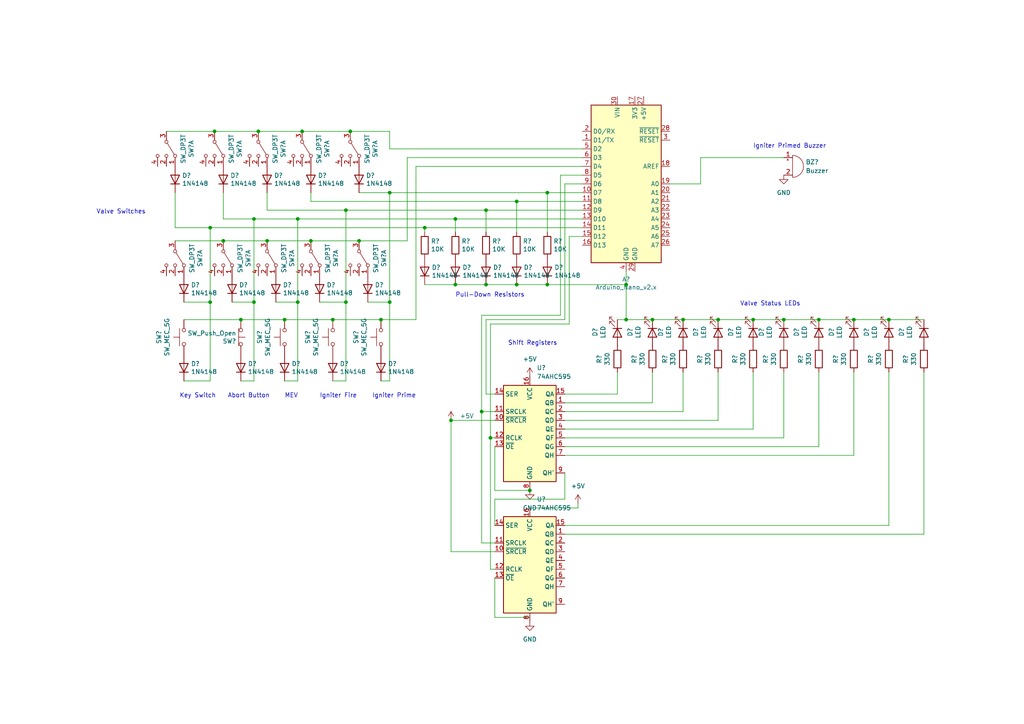
<source format=kicad_sch>
(kicad_sch (version 20211123) (generator eeschema)

  (uuid ce83728b-bebd-48c2-8734-b6a50d837931)

  (paper "A4")

  (title_block
    (title "Propulsion Developement Platform Mission Control Box")
    (date "2022-05-11")
    (rev "R1")
    (company "UVic Rocketery")
  )

  (lib_symbols
    (symbol "74xx:74AHC595" (in_bom yes) (on_board yes)
      (property "Reference" "U" (id 0) (at -7.62 13.97 0)
        (effects (font (size 1.27 1.27)))
      )
      (property "Value" "74AHC595" (id 1) (at -7.62 -16.51 0)
        (effects (font (size 1.27 1.27)))
      )
      (property "Footprint" "" (id 2) (at 0 0 0)
        (effects (font (size 1.27 1.27)) hide)
      )
      (property "Datasheet" "https://assets.nexperia.com/documents/data-sheet/74AHC_AHCT595.pdf" (id 3) (at 0 0 0)
        (effects (font (size 1.27 1.27)) hide)
      )
      (property "ki_keywords" "AHCMOS SR 3State" (id 4) (at 0 0 0)
        (effects (font (size 1.27 1.27)) hide)
      )
      (property "ki_description" "8-bit serial in/out Shift Register 3-State Outputs" (id 5) (at 0 0 0)
        (effects (font (size 1.27 1.27)) hide)
      )
      (property "ki_fp_filters" "DIP*W7.62mm* SOIC*3.9x9.9mm*P1.27mm* TSSOP*4.4x5mm*P0.65mm* SOIC*5.3x10.2mm*P1.27mm* SOIC*7.5x10.3mm*P1.27mm*" (id 6) (at 0 0 0)
        (effects (font (size 1.27 1.27)) hide)
      )
      (symbol "74AHC595_1_0"
        (pin tri_state line (at 10.16 7.62 180) (length 2.54)
          (name "QB" (effects (font (size 1.27 1.27))))
          (number "1" (effects (font (size 1.27 1.27))))
        )
        (pin input line (at -10.16 2.54 0) (length 2.54)
          (name "~{SRCLR}" (effects (font (size 1.27 1.27))))
          (number "10" (effects (font (size 1.27 1.27))))
        )
        (pin input line (at -10.16 5.08 0) (length 2.54)
          (name "SRCLK" (effects (font (size 1.27 1.27))))
          (number "11" (effects (font (size 1.27 1.27))))
        )
        (pin input line (at -10.16 -2.54 0) (length 2.54)
          (name "RCLK" (effects (font (size 1.27 1.27))))
          (number "12" (effects (font (size 1.27 1.27))))
        )
        (pin input line (at -10.16 -5.08 0) (length 2.54)
          (name "~{OE}" (effects (font (size 1.27 1.27))))
          (number "13" (effects (font (size 1.27 1.27))))
        )
        (pin input line (at -10.16 10.16 0) (length 2.54)
          (name "SER" (effects (font (size 1.27 1.27))))
          (number "14" (effects (font (size 1.27 1.27))))
        )
        (pin tri_state line (at 10.16 10.16 180) (length 2.54)
          (name "QA" (effects (font (size 1.27 1.27))))
          (number "15" (effects (font (size 1.27 1.27))))
        )
        (pin power_in line (at 0 15.24 270) (length 2.54)
          (name "VCC" (effects (font (size 1.27 1.27))))
          (number "16" (effects (font (size 1.27 1.27))))
        )
        (pin tri_state line (at 10.16 5.08 180) (length 2.54)
          (name "QC" (effects (font (size 1.27 1.27))))
          (number "2" (effects (font (size 1.27 1.27))))
        )
        (pin tri_state line (at 10.16 2.54 180) (length 2.54)
          (name "QD" (effects (font (size 1.27 1.27))))
          (number "3" (effects (font (size 1.27 1.27))))
        )
        (pin tri_state line (at 10.16 0 180) (length 2.54)
          (name "QE" (effects (font (size 1.27 1.27))))
          (number "4" (effects (font (size 1.27 1.27))))
        )
        (pin tri_state line (at 10.16 -2.54 180) (length 2.54)
          (name "QF" (effects (font (size 1.27 1.27))))
          (number "5" (effects (font (size 1.27 1.27))))
        )
        (pin tri_state line (at 10.16 -5.08 180) (length 2.54)
          (name "QG" (effects (font (size 1.27 1.27))))
          (number "6" (effects (font (size 1.27 1.27))))
        )
        (pin tri_state line (at 10.16 -7.62 180) (length 2.54)
          (name "QH" (effects (font (size 1.27 1.27))))
          (number "7" (effects (font (size 1.27 1.27))))
        )
        (pin power_in line (at 0 -17.78 90) (length 2.54)
          (name "GND" (effects (font (size 1.27 1.27))))
          (number "8" (effects (font (size 1.27 1.27))))
        )
        (pin output line (at 10.16 -12.7 180) (length 2.54)
          (name "QH'" (effects (font (size 1.27 1.27))))
          (number "9" (effects (font (size 1.27 1.27))))
        )
      )
      (symbol "74AHC595_1_1"
        (rectangle (start -7.62 12.7) (end 7.62 -15.24)
          (stroke (width 0.254) (type default) (color 0 0 0 0))
          (fill (type background))
        )
      )
    )
    (symbol "Device:Buzzer" (pin_names (offset 0.0254) hide) (in_bom yes) (on_board yes)
      (property "Reference" "BZ" (id 0) (at 3.81 1.27 0)
        (effects (font (size 1.27 1.27)) (justify left))
      )
      (property "Value" "Buzzer" (id 1) (at 3.81 -1.27 0)
        (effects (font (size 1.27 1.27)) (justify left))
      )
      (property "Footprint" "" (id 2) (at -0.635 2.54 90)
        (effects (font (size 1.27 1.27)) hide)
      )
      (property "Datasheet" "~" (id 3) (at -0.635 2.54 90)
        (effects (font (size 1.27 1.27)) hide)
      )
      (property "ki_keywords" "quartz resonator ceramic" (id 4) (at 0 0 0)
        (effects (font (size 1.27 1.27)) hide)
      )
      (property "ki_description" "Buzzer, polarized" (id 5) (at 0 0 0)
        (effects (font (size 1.27 1.27)) hide)
      )
      (property "ki_fp_filters" "*Buzzer*" (id 6) (at 0 0 0)
        (effects (font (size 1.27 1.27)) hide)
      )
      (symbol "Buzzer_0_1"
        (arc (start 0 -3.175) (mid 3.175 0) (end 0 3.175)
          (stroke (width 0) (type default) (color 0 0 0 0))
          (fill (type none))
        )
        (polyline
          (pts
            (xy -1.651 1.905)
            (xy -1.143 1.905)
          )
          (stroke (width 0) (type default) (color 0 0 0 0))
          (fill (type none))
        )
        (polyline
          (pts
            (xy -1.397 2.159)
            (xy -1.397 1.651)
          )
          (stroke (width 0) (type default) (color 0 0 0 0))
          (fill (type none))
        )
        (polyline
          (pts
            (xy 0 3.175)
            (xy 0 -3.175)
          )
          (stroke (width 0) (type default) (color 0 0 0 0))
          (fill (type none))
        )
      )
      (symbol "Buzzer_1_1"
        (pin passive line (at -2.54 2.54 0) (length 2.54)
          (name "-" (effects (font (size 1.27 1.27))))
          (number "1" (effects (font (size 1.27 1.27))))
        )
        (pin passive line (at -2.54 -2.54 0) (length 2.54)
          (name "+" (effects (font (size 1.27 1.27))))
          (number "2" (effects (font (size 1.27 1.27))))
        )
      )
    )
    (symbol "Device:LED" (pin_numbers hide) (pin_names (offset 1.016) hide) (in_bom yes) (on_board yes)
      (property "Reference" "D" (id 0) (at 0 2.54 0)
        (effects (font (size 1.27 1.27)))
      )
      (property "Value" "LED" (id 1) (at 0 -2.54 0)
        (effects (font (size 1.27 1.27)))
      )
      (property "Footprint" "" (id 2) (at 0 0 0)
        (effects (font (size 1.27 1.27)) hide)
      )
      (property "Datasheet" "~" (id 3) (at 0 0 0)
        (effects (font (size 1.27 1.27)) hide)
      )
      (property "ki_keywords" "LED diode" (id 4) (at 0 0 0)
        (effects (font (size 1.27 1.27)) hide)
      )
      (property "ki_description" "Light emitting diode" (id 5) (at 0 0 0)
        (effects (font (size 1.27 1.27)) hide)
      )
      (property "ki_fp_filters" "LED* LED_SMD:* LED_THT:*" (id 6) (at 0 0 0)
        (effects (font (size 1.27 1.27)) hide)
      )
      (symbol "LED_0_1"
        (polyline
          (pts
            (xy -1.27 -1.27)
            (xy -1.27 1.27)
          )
          (stroke (width 0.254) (type default) (color 0 0 0 0))
          (fill (type none))
        )
        (polyline
          (pts
            (xy -1.27 0)
            (xy 1.27 0)
          )
          (stroke (width 0) (type default) (color 0 0 0 0))
          (fill (type none))
        )
        (polyline
          (pts
            (xy 1.27 -1.27)
            (xy 1.27 1.27)
            (xy -1.27 0)
            (xy 1.27 -1.27)
          )
          (stroke (width 0.254) (type default) (color 0 0 0 0))
          (fill (type none))
        )
        (polyline
          (pts
            (xy -3.048 -0.762)
            (xy -4.572 -2.286)
            (xy -3.81 -2.286)
            (xy -4.572 -2.286)
            (xy -4.572 -1.524)
          )
          (stroke (width 0) (type default) (color 0 0 0 0))
          (fill (type none))
        )
        (polyline
          (pts
            (xy -1.778 -0.762)
            (xy -3.302 -2.286)
            (xy -2.54 -2.286)
            (xy -3.302 -2.286)
            (xy -3.302 -1.524)
          )
          (stroke (width 0) (type default) (color 0 0 0 0))
          (fill (type none))
        )
      )
      (symbol "LED_1_1"
        (pin passive line (at -3.81 0 0) (length 2.54)
          (name "K" (effects (font (size 1.27 1.27))))
          (number "1" (effects (font (size 1.27 1.27))))
        )
        (pin passive line (at 3.81 0 180) (length 2.54)
          (name "A" (effects (font (size 1.27 1.27))))
          (number "2" (effects (font (size 1.27 1.27))))
        )
      )
    )
    (symbol "Device:R" (pin_numbers hide) (pin_names (offset 0)) (in_bom yes) (on_board yes)
      (property "Reference" "R" (id 0) (at 2.032 0 90)
        (effects (font (size 1.27 1.27)))
      )
      (property "Value" "R" (id 1) (at 0 0 90)
        (effects (font (size 1.27 1.27)))
      )
      (property "Footprint" "" (id 2) (at -1.778 0 90)
        (effects (font (size 1.27 1.27)) hide)
      )
      (property "Datasheet" "~" (id 3) (at 0 0 0)
        (effects (font (size 1.27 1.27)) hide)
      )
      (property "ki_keywords" "R res resistor" (id 4) (at 0 0 0)
        (effects (font (size 1.27 1.27)) hide)
      )
      (property "ki_description" "Resistor" (id 5) (at 0 0 0)
        (effects (font (size 1.27 1.27)) hide)
      )
      (property "ki_fp_filters" "R_*" (id 6) (at 0 0 0)
        (effects (font (size 1.27 1.27)) hide)
      )
      (symbol "R_0_1"
        (rectangle (start -1.016 -2.54) (end 1.016 2.54)
          (stroke (width 0.254) (type default) (color 0 0 0 0))
          (fill (type none))
        )
      )
      (symbol "R_1_1"
        (pin passive line (at 0 3.81 270) (length 1.27)
          (name "~" (effects (font (size 1.27 1.27))))
          (number "1" (effects (font (size 1.27 1.27))))
        )
        (pin passive line (at 0 -3.81 90) (length 1.27)
          (name "~" (effects (font (size 1.27 1.27))))
          (number "2" (effects (font (size 1.27 1.27))))
        )
      )
    )
    (symbol "Diode:1N4148" (pin_numbers hide) (pin_names (offset 1.016) hide) (in_bom yes) (on_board yes)
      (property "Reference" "D" (id 0) (at 0 2.54 0)
        (effects (font (size 1.27 1.27)))
      )
      (property "Value" "1N4148" (id 1) (at 0 -2.54 0)
        (effects (font (size 1.27 1.27)))
      )
      (property "Footprint" "Diode_THT:D_DO-35_SOD27_P7.62mm_Horizontal" (id 2) (at 0 -4.445 0)
        (effects (font (size 1.27 1.27)) hide)
      )
      (property "Datasheet" "https://assets.nexperia.com/documents/data-sheet/1N4148_1N4448.pdf" (id 3) (at 0 0 0)
        (effects (font (size 1.27 1.27)) hide)
      )
      (property "ki_keywords" "diode" (id 4) (at 0 0 0)
        (effects (font (size 1.27 1.27)) hide)
      )
      (property "ki_description" "100V 0.15A standard switching diode, DO-35" (id 5) (at 0 0 0)
        (effects (font (size 1.27 1.27)) hide)
      )
      (property "ki_fp_filters" "D*DO?35*" (id 6) (at 0 0 0)
        (effects (font (size 1.27 1.27)) hide)
      )
      (symbol "1N4148_0_1"
        (polyline
          (pts
            (xy -1.27 1.27)
            (xy -1.27 -1.27)
          )
          (stroke (width 0.254) (type default) (color 0 0 0 0))
          (fill (type none))
        )
        (polyline
          (pts
            (xy 1.27 0)
            (xy -1.27 0)
          )
          (stroke (width 0) (type default) (color 0 0 0 0))
          (fill (type none))
        )
        (polyline
          (pts
            (xy 1.27 1.27)
            (xy 1.27 -1.27)
            (xy -1.27 0)
            (xy 1.27 1.27)
          )
          (stroke (width 0.254) (type default) (color 0 0 0 0))
          (fill (type none))
        )
      )
      (symbol "1N4148_1_1"
        (pin passive line (at -3.81 0 0) (length 2.54)
          (name "K" (effects (font (size 1.27 1.27))))
          (number "1" (effects (font (size 1.27 1.27))))
        )
        (pin passive line (at 3.81 0 180) (length 2.54)
          (name "A" (effects (font (size 1.27 1.27))))
          (number "2" (effects (font (size 1.27 1.27))))
        )
      )
    )
    (symbol "MCU_Module:Arduino_Nano_v2.x" (in_bom yes) (on_board yes)
      (property "Reference" "A" (id 0) (at -10.16 23.495 0)
        (effects (font (size 1.27 1.27)) (justify left bottom))
      )
      (property "Value" "Arduino_Nano_v2.x" (id 1) (at 5.08 -24.13 0)
        (effects (font (size 1.27 1.27)) (justify left top))
      )
      (property "Footprint" "Module:Arduino_Nano" (id 2) (at 0 0 0)
        (effects (font (size 1.27 1.27) italic) hide)
      )
      (property "Datasheet" "https://www.arduino.cc/en/uploads/Main/ArduinoNanoManual23.pdf" (id 3) (at 0 0 0)
        (effects (font (size 1.27 1.27)) hide)
      )
      (property "ki_keywords" "Arduino nano microcontroller module USB" (id 4) (at 0 0 0)
        (effects (font (size 1.27 1.27)) hide)
      )
      (property "ki_description" "Arduino Nano v2.x" (id 5) (at 0 0 0)
        (effects (font (size 1.27 1.27)) hide)
      )
      (property "ki_fp_filters" "Arduino*Nano*" (id 6) (at 0 0 0)
        (effects (font (size 1.27 1.27)) hide)
      )
      (symbol "Arduino_Nano_v2.x_0_1"
        (rectangle (start -10.16 22.86) (end 10.16 -22.86)
          (stroke (width 0.254) (type default) (color 0 0 0 0))
          (fill (type background))
        )
      )
      (symbol "Arduino_Nano_v2.x_1_1"
        (pin bidirectional line (at -12.7 12.7 0) (length 2.54)
          (name "D1/TX" (effects (font (size 1.27 1.27))))
          (number "1" (effects (font (size 1.27 1.27))))
        )
        (pin bidirectional line (at -12.7 -2.54 0) (length 2.54)
          (name "D7" (effects (font (size 1.27 1.27))))
          (number "10" (effects (font (size 1.27 1.27))))
        )
        (pin bidirectional line (at -12.7 -5.08 0) (length 2.54)
          (name "D8" (effects (font (size 1.27 1.27))))
          (number "11" (effects (font (size 1.27 1.27))))
        )
        (pin bidirectional line (at -12.7 -7.62 0) (length 2.54)
          (name "D9" (effects (font (size 1.27 1.27))))
          (number "12" (effects (font (size 1.27 1.27))))
        )
        (pin bidirectional line (at -12.7 -10.16 0) (length 2.54)
          (name "D10" (effects (font (size 1.27 1.27))))
          (number "13" (effects (font (size 1.27 1.27))))
        )
        (pin bidirectional line (at -12.7 -12.7 0) (length 2.54)
          (name "D11" (effects (font (size 1.27 1.27))))
          (number "14" (effects (font (size 1.27 1.27))))
        )
        (pin bidirectional line (at -12.7 -15.24 0) (length 2.54)
          (name "D12" (effects (font (size 1.27 1.27))))
          (number "15" (effects (font (size 1.27 1.27))))
        )
        (pin bidirectional line (at -12.7 -17.78 0) (length 2.54)
          (name "D13" (effects (font (size 1.27 1.27))))
          (number "16" (effects (font (size 1.27 1.27))))
        )
        (pin power_out line (at 2.54 25.4 270) (length 2.54)
          (name "3V3" (effects (font (size 1.27 1.27))))
          (number "17" (effects (font (size 1.27 1.27))))
        )
        (pin input line (at 12.7 5.08 180) (length 2.54)
          (name "AREF" (effects (font (size 1.27 1.27))))
          (number "18" (effects (font (size 1.27 1.27))))
        )
        (pin bidirectional line (at 12.7 0 180) (length 2.54)
          (name "A0" (effects (font (size 1.27 1.27))))
          (number "19" (effects (font (size 1.27 1.27))))
        )
        (pin bidirectional line (at -12.7 15.24 0) (length 2.54)
          (name "D0/RX" (effects (font (size 1.27 1.27))))
          (number "2" (effects (font (size 1.27 1.27))))
        )
        (pin bidirectional line (at 12.7 -2.54 180) (length 2.54)
          (name "A1" (effects (font (size 1.27 1.27))))
          (number "20" (effects (font (size 1.27 1.27))))
        )
        (pin bidirectional line (at 12.7 -5.08 180) (length 2.54)
          (name "A2" (effects (font (size 1.27 1.27))))
          (number "21" (effects (font (size 1.27 1.27))))
        )
        (pin bidirectional line (at 12.7 -7.62 180) (length 2.54)
          (name "A3" (effects (font (size 1.27 1.27))))
          (number "22" (effects (font (size 1.27 1.27))))
        )
        (pin bidirectional line (at 12.7 -10.16 180) (length 2.54)
          (name "A4" (effects (font (size 1.27 1.27))))
          (number "23" (effects (font (size 1.27 1.27))))
        )
        (pin bidirectional line (at 12.7 -12.7 180) (length 2.54)
          (name "A5" (effects (font (size 1.27 1.27))))
          (number "24" (effects (font (size 1.27 1.27))))
        )
        (pin bidirectional line (at 12.7 -15.24 180) (length 2.54)
          (name "A6" (effects (font (size 1.27 1.27))))
          (number "25" (effects (font (size 1.27 1.27))))
        )
        (pin bidirectional line (at 12.7 -17.78 180) (length 2.54)
          (name "A7" (effects (font (size 1.27 1.27))))
          (number "26" (effects (font (size 1.27 1.27))))
        )
        (pin power_out line (at 5.08 25.4 270) (length 2.54)
          (name "+5V" (effects (font (size 1.27 1.27))))
          (number "27" (effects (font (size 1.27 1.27))))
        )
        (pin input line (at 12.7 15.24 180) (length 2.54)
          (name "~{RESET}" (effects (font (size 1.27 1.27))))
          (number "28" (effects (font (size 1.27 1.27))))
        )
        (pin power_in line (at 2.54 -25.4 90) (length 2.54)
          (name "GND" (effects (font (size 1.27 1.27))))
          (number "29" (effects (font (size 1.27 1.27))))
        )
        (pin input line (at 12.7 12.7 180) (length 2.54)
          (name "~{RESET}" (effects (font (size 1.27 1.27))))
          (number "3" (effects (font (size 1.27 1.27))))
        )
        (pin power_in line (at -2.54 25.4 270) (length 2.54)
          (name "VIN" (effects (font (size 1.27 1.27))))
          (number "30" (effects (font (size 1.27 1.27))))
        )
        (pin power_in line (at 0 -25.4 90) (length 2.54)
          (name "GND" (effects (font (size 1.27 1.27))))
          (number "4" (effects (font (size 1.27 1.27))))
        )
        (pin bidirectional line (at -12.7 10.16 0) (length 2.54)
          (name "D2" (effects (font (size 1.27 1.27))))
          (number "5" (effects (font (size 1.27 1.27))))
        )
        (pin bidirectional line (at -12.7 7.62 0) (length 2.54)
          (name "D3" (effects (font (size 1.27 1.27))))
          (number "6" (effects (font (size 1.27 1.27))))
        )
        (pin bidirectional line (at -12.7 5.08 0) (length 2.54)
          (name "D4" (effects (font (size 1.27 1.27))))
          (number "7" (effects (font (size 1.27 1.27))))
        )
        (pin bidirectional line (at -12.7 2.54 0) (length 2.54)
          (name "D5" (effects (font (size 1.27 1.27))))
          (number "8" (effects (font (size 1.27 1.27))))
        )
        (pin bidirectional line (at -12.7 0 0) (length 2.54)
          (name "D6" (effects (font (size 1.27 1.27))))
          (number "9" (effects (font (size 1.27 1.27))))
        )
      )
    )
    (symbol "Switch:SW_DP3T" (pin_names (offset 0) hide) (in_bom yes) (on_board yes)
      (property "Reference" "SW" (id 0) (at 0 5.08 0)
        (effects (font (size 1.27 1.27)))
      )
      (property "Value" "SW_DP3T" (id 1) (at 0 -5.08 0)
        (effects (font (size 1.27 1.27)))
      )
      (property "Footprint" "" (id 2) (at -15.875 4.445 0)
        (effects (font (size 1.27 1.27)) hide)
      )
      (property "Datasheet" "~" (id 3) (at -15.875 4.445 0)
        (effects (font (size 1.27 1.27)) hide)
      )
      (property "ki_keywords" "switch dp3t ON-ON-ON" (id 4) (at 0 0 0)
        (effects (font (size 1.27 1.27)) hide)
      )
      (property "ki_description" "Switch, three position, dual pole triple throw, 3 position switch, SP3T" (id 5) (at 0 0 0)
        (effects (font (size 1.27 1.27)) hide)
      )
      (property "ki_fp_filters" "SW* DP3T*" (id 6) (at 0 0 0)
        (effects (font (size 1.27 1.27)) hide)
      )
      (symbol "SW_DP3T_0_1"
        (circle (center -2.032 0) (radius 0.4572)
          (stroke (width 0) (type default) (color 0 0 0 0))
          (fill (type none))
        )
        (polyline
          (pts
            (xy -1.651 0.254)
            (xy 1.651 2.286)
          )
          (stroke (width 0) (type default) (color 0 0 0 0))
          (fill (type none))
        )
        (circle (center 2.032 -2.54) (radius 0.4572)
          (stroke (width 0) (type default) (color 0 0 0 0))
          (fill (type none))
        )
        (circle (center 2.032 0) (radius 0.4572)
          (stroke (width 0) (type default) (color 0 0 0 0))
          (fill (type none))
        )
        (circle (center 2.032 2.54) (radius 0.4572)
          (stroke (width 0) (type default) (color 0 0 0 0))
          (fill (type none))
        )
      )
      (symbol "SW_DP3T_1_1"
        (pin passive line (at 5.08 2.54 180) (length 2.54)
          (name "1" (effects (font (size 1.27 1.27))))
          (number "1" (effects (font (size 1.27 1.27))))
        )
        (pin passive line (at 5.08 0 180) (length 2.54)
          (name "2" (effects (font (size 1.27 1.27))))
          (number "2" (effects (font (size 1.27 1.27))))
        )
        (pin passive line (at -5.08 0 0) (length 2.54)
          (name "3" (effects (font (size 1.27 1.27))))
          (number "3" (effects (font (size 1.27 1.27))))
        )
        (pin passive line (at 5.08 -2.54 180) (length 2.54)
          (name "4" (effects (font (size 1.27 1.27))))
          (number "4" (effects (font (size 1.27 1.27))))
        )
      )
      (symbol "SW_DP3T_2_1"
        (pin passive line (at 5.08 2.54 180) (length 2.54)
          (name "5" (effects (font (size 1.27 1.27))))
          (number "5" (effects (font (size 1.27 1.27))))
        )
        (pin passive line (at 5.08 0 180) (length 2.54)
          (name "6" (effects (font (size 1.27 1.27))))
          (number "6" (effects (font (size 1.27 1.27))))
        )
        (pin passive line (at -5.08 0 0) (length 2.54)
          (name "7" (effects (font (size 1.27 1.27))))
          (number "7" (effects (font (size 1.27 1.27))))
        )
        (pin passive line (at 5.08 -2.54 180) (length 2.54)
          (name "8" (effects (font (size 1.27 1.27))))
          (number "8" (effects (font (size 1.27 1.27))))
        )
      )
    )
    (symbol "Switch:SW_MEC_5G" (pin_numbers hide) (pin_names (offset 1.016) hide) (in_bom yes) (on_board yes)
      (property "Reference" "SW" (id 0) (at 1.27 2.54 0)
        (effects (font (size 1.27 1.27)) (justify left))
      )
      (property "Value" "SW_MEC_5G" (id 1) (at 0 -1.524 0)
        (effects (font (size 1.27 1.27)))
      )
      (property "Footprint" "" (id 2) (at 0 5.08 0)
        (effects (font (size 1.27 1.27)) hide)
      )
      (property "Datasheet" "http://www.apem.com/int/index.php?controller=attachment&id_attachment=488" (id 3) (at 0 5.08 0)
        (effects (font (size 1.27 1.27)) hide)
      )
      (property "ki_keywords" "switch normally-open pushbutton push-button" (id 4) (at 0 0 0)
        (effects (font (size 1.27 1.27)) hide)
      )
      (property "ki_description" "MEC 5G single pole normally-open tactile switch" (id 5) (at 0 0 0)
        (effects (font (size 1.27 1.27)) hide)
      )
      (property "ki_fp_filters" "SW*MEC*5G*" (id 6) (at 0 0 0)
        (effects (font (size 1.27 1.27)) hide)
      )
      (symbol "SW_MEC_5G_0_1"
        (circle (center -2.032 0) (radius 0.508)
          (stroke (width 0) (type default) (color 0 0 0 0))
          (fill (type none))
        )
        (polyline
          (pts
            (xy 0 1.27)
            (xy 0 3.048)
          )
          (stroke (width 0) (type default) (color 0 0 0 0))
          (fill (type none))
        )
        (polyline
          (pts
            (xy 2.54 1.27)
            (xy -2.54 1.27)
          )
          (stroke (width 0) (type default) (color 0 0 0 0))
          (fill (type none))
        )
        (circle (center 2.032 0) (radius 0.508)
          (stroke (width 0) (type default) (color 0 0 0 0))
          (fill (type none))
        )
        (pin passive line (at -5.08 0 0) (length 2.54)
          (name "A" (effects (font (size 1.27 1.27))))
          (number "1" (effects (font (size 1.27 1.27))))
        )
        (pin passive line (at 5.08 0 180) (length 2.54)
          (name "B" (effects (font (size 1.27 1.27))))
          (number "3" (effects (font (size 1.27 1.27))))
        )
      )
      (symbol "SW_MEC_5G_1_1"
        (pin passive line (at -5.08 0 0) (length 2.54) hide
          (name "A" (effects (font (size 1.27 1.27))))
          (number "2" (effects (font (size 1.27 1.27))))
        )
        (pin passive line (at 5.08 0 180) (length 2.54) hide
          (name "B" (effects (font (size 1.27 1.27))))
          (number "4" (effects (font (size 1.27 1.27))))
        )
      )
    )
    (symbol "Switch:SW_Push_Open" (pin_numbers hide) (pin_names (offset 1.016) hide) (in_bom yes) (on_board yes)
      (property "Reference" "SW" (id 0) (at 0 2.54 0)
        (effects (font (size 1.27 1.27)))
      )
      (property "Value" "SW_Push_Open" (id 1) (at 0 -1.905 0)
        (effects (font (size 1.27 1.27)))
      )
      (property "Footprint" "" (id 2) (at 0 5.08 0)
        (effects (font (size 1.27 1.27)) hide)
      )
      (property "Datasheet" "~" (id 3) (at 0 5.08 0)
        (effects (font (size 1.27 1.27)) hide)
      )
      (property "ki_keywords" "switch normally-closed pushbutton push-button" (id 4) (at 0 0 0)
        (effects (font (size 1.27 1.27)) hide)
      )
      (property "ki_description" "Push button switch, push-to-open, generic, two pins" (id 5) (at 0 0 0)
        (effects (font (size 1.27 1.27)) hide)
      )
      (symbol "SW_Push_Open_0_1"
        (circle (center -2.032 0) (radius 0.508)
          (stroke (width 0) (type default) (color 0 0 0 0))
          (fill (type none))
        )
        (polyline
          (pts
            (xy -2.54 -0.635)
            (xy 2.54 -0.635)
          )
          (stroke (width 0) (type default) (color 0 0 0 0))
          (fill (type none))
        )
        (polyline
          (pts
            (xy 0 -0.635)
            (xy 0 1.27)
          )
          (stroke (width 0) (type default) (color 0 0 0 0))
          (fill (type none))
        )
        (circle (center 2.032 0) (radius 0.508)
          (stroke (width 0) (type default) (color 0 0 0 0))
          (fill (type none))
        )
        (pin passive line (at -5.08 0 0) (length 2.54)
          (name "A" (effects (font (size 1.27 1.27))))
          (number "1" (effects (font (size 1.27 1.27))))
        )
      )
      (symbol "SW_Push_Open_1_1"
        (pin passive line (at 5.08 0 180) (length 2.54)
          (name "B" (effects (font (size 1.27 1.27))))
          (number "2" (effects (font (size 1.27 1.27))))
        )
      )
    )
    (symbol "power:+5V" (power) (pin_names (offset 0)) (in_bom yes) (on_board yes)
      (property "Reference" "#PWR" (id 0) (at 0 -3.81 0)
        (effects (font (size 1.27 1.27)) hide)
      )
      (property "Value" "+5V" (id 1) (at 0 3.556 0)
        (effects (font (size 1.27 1.27)))
      )
      (property "Footprint" "" (id 2) (at 0 0 0)
        (effects (font (size 1.27 1.27)) hide)
      )
      (property "Datasheet" "" (id 3) (at 0 0 0)
        (effects (font (size 1.27 1.27)) hide)
      )
      (property "ki_keywords" "power-flag" (id 4) (at 0 0 0)
        (effects (font (size 1.27 1.27)) hide)
      )
      (property "ki_description" "Power symbol creates a global label with name \"+5V\"" (id 5) (at 0 0 0)
        (effects (font (size 1.27 1.27)) hide)
      )
      (symbol "+5V_0_1"
        (polyline
          (pts
            (xy -0.762 1.27)
            (xy 0 2.54)
          )
          (stroke (width 0) (type default) (color 0 0 0 0))
          (fill (type none))
        )
        (polyline
          (pts
            (xy 0 0)
            (xy 0 2.54)
          )
          (stroke (width 0) (type default) (color 0 0 0 0))
          (fill (type none))
        )
        (polyline
          (pts
            (xy 0 2.54)
            (xy 0.762 1.27)
          )
          (stroke (width 0) (type default) (color 0 0 0 0))
          (fill (type none))
        )
      )
      (symbol "+5V_1_1"
        (pin power_in line (at 0 0 90) (length 0) hide
          (name "+5V" (effects (font (size 1.27 1.27))))
          (number "1" (effects (font (size 1.27 1.27))))
        )
      )
    )
    (symbol "power:GND" (power) (pin_names (offset 0)) (in_bom yes) (on_board yes)
      (property "Reference" "#PWR" (id 0) (at 0 -6.35 0)
        (effects (font (size 1.27 1.27)) hide)
      )
      (property "Value" "GND" (id 1) (at 0 -3.81 0)
        (effects (font (size 1.27 1.27)))
      )
      (property "Footprint" "" (id 2) (at 0 0 0)
        (effects (font (size 1.27 1.27)) hide)
      )
      (property "Datasheet" "" (id 3) (at 0 0 0)
        (effects (font (size 1.27 1.27)) hide)
      )
      (property "ki_keywords" "power-flag" (id 4) (at 0 0 0)
        (effects (font (size 1.27 1.27)) hide)
      )
      (property "ki_description" "Power symbol creates a global label with name \"GND\" , ground" (id 5) (at 0 0 0)
        (effects (font (size 1.27 1.27)) hide)
      )
      (symbol "GND_0_1"
        (polyline
          (pts
            (xy 0 0)
            (xy 0 -1.27)
            (xy 1.27 -1.27)
            (xy 0 -2.54)
            (xy -1.27 -1.27)
            (xy 0 -1.27)
          )
          (stroke (width 0) (type default) (color 0 0 0 0))
          (fill (type none))
        )
      )
      (symbol "GND_1_1"
        (pin power_in line (at 0 0 270) (length 0) hide
          (name "GND" (effects (font (size 1.27 1.27))))
          (number "1" (effects (font (size 1.27 1.27))))
        )
      )
    )
  )

  (junction (at 100.33 60.96) (diameter 0) (color 0 0 0 0)
    (uuid 01e9b6e7-adf9-4ee7-9447-a588630ee4a2)
  )
  (junction (at 60.96 66.04) (diameter 0) (color 0 0 0 0)
    (uuid 0755aee5-bc01-4cb5-b830-583289df50a3)
  )
  (junction (at 153.67 142.24) (diameter 0) (color 0 0 0 0)
    (uuid 0e64caeb-bcb1-4d85-a73d-3b451ecaf486)
  )
  (junction (at 142.24 127) (diameter 0) (color 0 0 0 0)
    (uuid 1120f96a-6721-453b-b4ba-7f3abd992c97)
  )
  (junction (at 208.28 92.71) (diameter 0) (color 0 0 0 0)
    (uuid 1199146e-a60b-416a-b503-e77d6d2892f9)
  )
  (junction (at 181.61 82.55) (diameter 0) (color 0 0 0 0)
    (uuid 16121028-bdf5-49c0-aae7-e28fe5bfa771)
  )
  (junction (at 96.52 92.71) (diameter 0) (color 0 0 0 0)
    (uuid 275aa44a-b61f-489f-9e2a-819a0fe0d1eb)
  )
  (junction (at 132.08 82.55) (diameter 0) (color 0 0 0 0)
    (uuid 2dc54bac-8640-4dd7-b8ed-3c7acb01a8ea)
  )
  (junction (at 130.81 121.92) (diameter 0) (color 0 0 0 0)
    (uuid 32e61bfc-d546-4722-ac49-cbb99c79a789)
  )
  (junction (at 74.93 38.1) (diameter 0) (color 0 0 0 0)
    (uuid 3a7648d8-121a-4921-9b92-9b35b76ce39b)
  )
  (junction (at 87.63 38.1) (diameter 0) (color 0 0 0 0)
    (uuid 3e903008-0276-4a73-8edb-5d9dfde6297c)
  )
  (junction (at 237.49 92.71) (diameter 0) (color 0 0 0 0)
    (uuid 3f43d730-2a73-49fe-9672-32428e7f5b49)
  )
  (junction (at 189.23 92.71) (diameter 0) (color 0 0 0 0)
    (uuid 477892a1-722e-4cda-bb6c-fcdb8ba5f93e)
  )
  (junction (at 198.12 92.71) (diameter 0) (color 0 0 0 0)
    (uuid 479331ff-c540-41f4-84e6-b48d65171e59)
  )
  (junction (at 181.61 92.71) (diameter 0) (color 0 0 0 0)
    (uuid 4db55cb8-197b-4402-871f-ce582b65664b)
  )
  (junction (at 123.19 66.04) (diameter 0) (color 0 0 0 0)
    (uuid 4e315e69-0417-463a-8b7f-469a08d1496e)
  )
  (junction (at 132.08 63.5) (diameter 0) (color 0 0 0 0)
    (uuid 4fa10683-33cd-4dcd-8acc-2415cd63c62a)
  )
  (junction (at 82.55 92.71) (diameter 0) (color 0 0 0 0)
    (uuid 57c0c267-8bf9-4cc7-b734-d71a239ac313)
  )
  (junction (at 110.49 92.71) (diameter 0) (color 0 0 0 0)
    (uuid 5b34a16c-5a14-4291-8242-ea6d6ac54372)
  )
  (junction (at 149.86 82.55) (diameter 0) (color 0 0 0 0)
    (uuid 609b9e1b-4e3b-42b7-ac76-a62ec4d0e7c7)
  )
  (junction (at 60.96 87.63) (diameter 0) (color 0 0 0 0)
    (uuid 644ae9fc-3c8e-4089-866e-a12bf371c3e9)
  )
  (junction (at 101.6 38.1) (diameter 0) (color 0 0 0 0)
    (uuid 6475547d-3216-45a4-a15c-48314f1dd0f9)
  )
  (junction (at 86.36 87.63) (diameter 0) (color 0 0 0 0)
    (uuid 65134029-dbd2-409a-85a8-13c2a33ff019)
  )
  (junction (at 113.03 87.63) (diameter 0) (color 0 0 0 0)
    (uuid 6781326c-6e0d-4753-8f28-0f5c687e01f9)
  )
  (junction (at 62.23 38.1) (diameter 0) (color 0 0 0 0)
    (uuid 6bfe5804-2ef9-4c65-b2a7-f01e4014370a)
  )
  (junction (at 140.97 82.55) (diameter 0) (color 0 0 0 0)
    (uuid 70fb572d-d5ec-41e7-9482-63d4578b4f47)
  )
  (junction (at 113.03 55.88) (diameter 0) (color 0 0 0 0)
    (uuid 730b670c-9bcf-4dcd-9a8d-fcaa61fb0955)
  )
  (junction (at 73.66 63.5) (diameter 0) (color 0 0 0 0)
    (uuid 7599133e-c681-4202-85d9-c20dac196c64)
  )
  (junction (at 69.85 92.71) (diameter 0) (color 0 0 0 0)
    (uuid 7cee474b-af8f-4832-b07a-c43c1ab0b464)
  )
  (junction (at 100.33 87.63) (diameter 0) (color 0 0 0 0)
    (uuid 7f52d787-caa3-4a92-b1b2-19d554dc29a4)
  )
  (junction (at 86.36 63.5) (diameter 0) (color 0 0 0 0)
    (uuid 85b7594c-358f-454b-b2ad-dd0b1d67ed76)
  )
  (junction (at 257.81 92.71) (diameter 0) (color 0 0 0 0)
    (uuid 9031bb33-c6aa-4758-bf5c-3274ed3ebab7)
  )
  (junction (at 90.17 69.85) (diameter 0) (color 0 0 0 0)
    (uuid 911bdcbe-493f-4e21-a506-7cbc636e2c17)
  )
  (junction (at 158.75 55.88) (diameter 0) (color 0 0 0 0)
    (uuid 91c1eb0a-67ae-4ef0-95ce-d060a03a7313)
  )
  (junction (at 227.33 92.71) (diameter 0) (color 0 0 0 0)
    (uuid 98b00c9d-9188-4bce-aa70-92d12dd9cf82)
  )
  (junction (at 218.44 92.71) (diameter 0) (color 0 0 0 0)
    (uuid afd38b10-2eca-4abe-aed1-a96fb07ffdbe)
  )
  (junction (at 140.97 60.96) (diameter 0) (color 0 0 0 0)
    (uuid b1ddb058-f7b2-429c-9489-f4e2242ad7e5)
  )
  (junction (at 158.75 82.55) (diameter 0) (color 0 0 0 0)
    (uuid b7867831-ef82-4f33-a926-59e5c1c09b91)
  )
  (junction (at 77.47 69.85) (diameter 0) (color 0 0 0 0)
    (uuid b96fe6ac-3535-4455-ab88-ed77f5e46d6e)
  )
  (junction (at 149.86 58.42) (diameter 0) (color 0 0 0 0)
    (uuid c24d6ac8-802d-4df3-a210-9cb1f693e865)
  )
  (junction (at 64.77 69.85) (diameter 0) (color 0 0 0 0)
    (uuid c332fa55-4168-4f55-88a5-f82c7c21040b)
  )
  (junction (at 247.65 92.71) (diameter 0) (color 0 0 0 0)
    (uuid f1a9fb80-4cc4-410f-9616-e19c969dcab5)
  )
  (junction (at 104.14 69.85) (diameter 0) (color 0 0 0 0)
    (uuid f3628265-0155-43e2-a467-c40ff783e265)
  )
  (junction (at 73.66 87.63) (diameter 0) (color 0 0 0 0)
    (uuid f4eb0267-179f-46c9-b516-9bfb06bac1ba)
  )
  (junction (at 139.7 119.38) (diameter 0) (color 0 0 0 0)
    (uuid f75fe690-98ad-4c40-82a8-f16a4d65ddbf)
  )

  (wire (pts (xy 163.83 144.78) (xy 163.83 137.16))
    (stroke (width 0) (type default) (color 0 0 0 0))
    (uuid 00336a4a-db92-4541-9fe4-855d43706a80)
  )
  (wire (pts (xy 158.75 55.88) (xy 113.03 55.88))
    (stroke (width 0) (type default) (color 0 0 0 0))
    (uuid 009a4fb4-fcc0-4623-ae5d-c1bae3219583)
  )
  (wire (pts (xy 247.65 132.08) (xy 247.65 107.95))
    (stroke (width 0) (type default) (color 0 0 0 0))
    (uuid 009b5465-0a65-4237-93e7-eb65321eeb18)
  )
  (wire (pts (xy 163.83 132.08) (xy 247.65 132.08))
    (stroke (width 0) (type default) (color 0 0 0 0))
    (uuid 00f3ea8b-8a54-4e56-84ff-d98f6c00496c)
  )
  (wire (pts (xy 168.91 55.88) (xy 158.75 55.88))
    (stroke (width 0) (type default) (color 0 0 0 0))
    (uuid 0217dfc4-fc13-4699-99ad-d9948522648e)
  )
  (wire (pts (xy 163.83 119.38) (xy 198.12 119.38))
    (stroke (width 0) (type default) (color 0 0 0 0))
    (uuid 0520f61d-4522-4301-a3fa-8ed0bf060f69)
  )
  (wire (pts (xy 123.19 66.04) (xy 168.91 66.04))
    (stroke (width 0) (type default) (color 0 0 0 0))
    (uuid 071522c0-d0ed-49b9-906e-6295f67fb0dc)
  )
  (wire (pts (xy 149.86 82.55) (xy 158.75 82.55))
    (stroke (width 0) (type default) (color 0 0 0 0))
    (uuid 077384ec-a581-49ad-af44-ec7b3a27e958)
  )
  (wire (pts (xy 203.2 53.34) (xy 203.2 45.72))
    (stroke (width 0) (type default) (color 0 0 0 0))
    (uuid 0a78bad1-2372-4f47-aab8-807425676427)
  )
  (wire (pts (xy 104.14 69.85) (xy 118.11 69.85))
    (stroke (width 0) (type default) (color 0 0 0 0))
    (uuid 0c3dceba-7c95-4b3d-b590-0eb581444beb)
  )
  (wire (pts (xy 110.49 110.49) (xy 113.03 110.49))
    (stroke (width 0) (type default) (color 0 0 0 0))
    (uuid 101ef598-601d-400e-9ef6-d655fbb1dbfa)
  )
  (wire (pts (xy 168.91 43.18) (xy 113.03 43.18))
    (stroke (width 0) (type default) (color 0 0 0 0))
    (uuid 12422a89-3d0c-485c-9386-f77121fd68fd)
  )
  (wire (pts (xy 218.44 107.95) (xy 218.44 124.46))
    (stroke (width 0) (type default) (color 0 0 0 0))
    (uuid 143ed874-a01f-4ced-ba4e-bbb66ddd1f70)
  )
  (wire (pts (xy 86.36 63.5) (xy 73.66 63.5))
    (stroke (width 0) (type default) (color 0 0 0 0))
    (uuid 16bd6381-8ac0-4bf2-9dce-ecc20c724b8d)
  )
  (wire (pts (xy 142.24 165.1) (xy 143.51 165.1))
    (stroke (width 0) (type default) (color 0 0 0 0))
    (uuid 1a2f6f13-f75f-4d22-b60b-c3705aeec0cd)
  )
  (wire (pts (xy 64.77 63.5) (xy 64.77 55.88))
    (stroke (width 0) (type default) (color 0 0 0 0))
    (uuid 1a6d2848-e78e-49fe-8978-e1890f07836f)
  )
  (wire (pts (xy 62.23 38.1) (xy 48.26 38.1))
    (stroke (width 0) (type default) (color 0 0 0 0))
    (uuid 1d9cdadc-9036-4a95-b6db-fa7b3b74c869)
  )
  (wire (pts (xy 203.2 45.72) (xy 227.33 45.72))
    (stroke (width 0) (type default) (color 0 0 0 0))
    (uuid 1dce6ce4-31d9-4bee-a9d6-9901f6e029ce)
  )
  (wire (pts (xy 60.96 110.49) (xy 60.96 87.63))
    (stroke (width 0) (type default) (color 0 0 0 0))
    (uuid 1e518c2a-4cb7-4599-a1fa-5b9f847da7d3)
  )
  (wire (pts (xy 74.93 38.1) (xy 62.23 38.1))
    (stroke (width 0) (type default) (color 0 0 0 0))
    (uuid 24f7628d-681d-4f0e-8409-40a129e929d9)
  )
  (wire (pts (xy 132.08 67.31) (xy 132.08 63.5))
    (stroke (width 0) (type default) (color 0 0 0 0))
    (uuid 2846428d-39de-4eae-8ce2-64955d56c493)
  )
  (wire (pts (xy 198.12 119.38) (xy 198.12 107.95))
    (stroke (width 0) (type default) (color 0 0 0 0))
    (uuid 2891767f-251c-48c4-91c0-deb1b368f45c)
  )
  (wire (pts (xy 140.97 92.71) (xy 140.97 114.3))
    (stroke (width 0) (type default) (color 0 0 0 0))
    (uuid 2bd4b824-fdd9-4663-a1ac-04e542fbd83a)
  )
  (wire (pts (xy 60.96 66.04) (xy 123.19 66.04))
    (stroke (width 0) (type default) (color 0 0 0 0))
    (uuid 2d697cf0-e02e-4ed1-a048-a704dab0ee43)
  )
  (wire (pts (xy 153.67 142.24) (xy 143.51 142.24))
    (stroke (width 0) (type default) (color 0 0 0 0))
    (uuid 327c78b3-7547-458b-8bb6-c2ab926597ea)
  )
  (wire (pts (xy 142.24 127) (xy 143.51 127))
    (stroke (width 0) (type default) (color 0 0 0 0))
    (uuid 32f5a016-1e96-4eaf-a17b-0ded62c79d20)
  )
  (wire (pts (xy 167.64 146.05) (xy 167.64 147.32))
    (stroke (width 0) (type default) (color 0 0 0 0))
    (uuid 33c6fe39-9901-4d7c-bf6d-460a60180311)
  )
  (wire (pts (xy 163.83 53.34) (xy 163.83 92.71))
    (stroke (width 0) (type default) (color 0 0 0 0))
    (uuid 34b1eaa7-407c-426f-9832-69cd30a56490)
  )
  (wire (pts (xy 53.34 92.71) (xy 69.85 92.71))
    (stroke (width 0) (type default) (color 0 0 0 0))
    (uuid 35a9f71f-ba35-47f6-814e-4106ac36c51e)
  )
  (wire (pts (xy 158.75 67.31) (xy 158.75 55.88))
    (stroke (width 0) (type default) (color 0 0 0 0))
    (uuid 37f31dec-63fc-4634-a141-5dc5d2b60fe4)
  )
  (wire (pts (xy 73.66 110.49) (xy 73.66 87.63))
    (stroke (width 0) (type default) (color 0 0 0 0))
    (uuid 3a52f112-cb97-43db-aaeb-20afe27664d7)
  )
  (wire (pts (xy 227.33 127) (xy 163.83 127))
    (stroke (width 0) (type default) (color 0 0 0 0))
    (uuid 411d4270-c66c-4318-b7fb-1470d34862b8)
  )
  (wire (pts (xy 69.85 110.49) (xy 73.66 110.49))
    (stroke (width 0) (type default) (color 0 0 0 0))
    (uuid 41acfe41-fac7-432a-a7a3-946566e2d504)
  )
  (wire (pts (xy 90.17 58.42) (xy 90.17 55.88))
    (stroke (width 0) (type default) (color 0 0 0 0))
    (uuid 45008225-f50f-4d6b-b508-6730a9408caf)
  )
  (wire (pts (xy 165.1 68.58) (xy 165.1 93.98))
    (stroke (width 0) (type default) (color 0 0 0 0))
    (uuid 45f89299-a00c-4b65-96a7-ee973c4bcbee)
  )
  (wire (pts (xy 143.51 179.07) (xy 143.51 167.64))
    (stroke (width 0) (type default) (color 0 0 0 0))
    (uuid 4856e3fe-c9ba-4d83-9f19-1bf7f8ac8ed1)
  )
  (wire (pts (xy 143.51 142.24) (xy 143.51 129.54))
    (stroke (width 0) (type default) (color 0 0 0 0))
    (uuid 4975c768-4c33-4eb9-82fc-0ccc8ba198ec)
  )
  (wire (pts (xy 50.8 66.04) (xy 60.96 66.04))
    (stroke (width 0) (type default) (color 0 0 0 0))
    (uuid 4a21e717-d46d-4d9e-8b98-af4ecb02d3ec)
  )
  (wire (pts (xy 267.97 92.71) (xy 257.81 92.71))
    (stroke (width 0) (type default) (color 0 0 0 0))
    (uuid 4d586a18-26c5-441e-a9ff-8125ee516126)
  )
  (wire (pts (xy 100.33 87.63) (xy 100.33 60.96))
    (stroke (width 0) (type default) (color 0 0 0 0))
    (uuid 4f66b314-0f62-4fb6-8c3c-f9c6a75cd3ec)
  )
  (wire (pts (xy 142.24 93.98) (xy 142.24 127))
    (stroke (width 0) (type default) (color 0 0 0 0))
    (uuid 4fb09e41-77be-4f2e-8876-b06cce419daf)
  )
  (wire (pts (xy 73.66 63.5) (xy 64.77 63.5))
    (stroke (width 0) (type default) (color 0 0 0 0))
    (uuid 4fb21471-41be-4be8-9687-66030f97befc)
  )
  (wire (pts (xy 168.91 68.58) (xy 165.1 68.58))
    (stroke (width 0) (type default) (color 0 0 0 0))
    (uuid 51ac42d3-0acb-4ffb-8d25-2b6b110af76f)
  )
  (wire (pts (xy 120.65 92.71) (xy 110.49 92.71))
    (stroke (width 0) (type default) (color 0 0 0 0))
    (uuid 59ec3156-036e-4049-89db-91a9dd07095f)
  )
  (wire (pts (xy 82.55 92.71) (xy 96.52 92.71))
    (stroke (width 0) (type default) (color 0 0 0 0))
    (uuid 5ca4be1c-537e-4a4a-b344-d0c8ffde8546)
  )
  (wire (pts (xy 257.81 152.4) (xy 257.81 107.95))
    (stroke (width 0) (type default) (color 0 0 0 0))
    (uuid 5d9921f1-08b3-4cc9-8cf7-e9a72ca2fdb7)
  )
  (wire (pts (xy 167.64 147.32) (xy 153.67 147.32))
    (stroke (width 0) (type default) (color 0 0 0 0))
    (uuid 5dd3a851-d412-45a1-86ea-fe5d38347b20)
  )
  (wire (pts (xy 80.01 87.63) (xy 86.36 87.63))
    (stroke (width 0) (type default) (color 0 0 0 0))
    (uuid 60dcd1fe-7079-4cb8-b509-04558ccf5097)
  )
  (wire (pts (xy 64.77 69.85) (xy 77.47 69.85))
    (stroke (width 0) (type default) (color 0 0 0 0))
    (uuid 68877d35-b796-44db-9124-b8e744e7412e)
  )
  (wire (pts (xy 140.97 114.3) (xy 143.51 114.3))
    (stroke (width 0) (type default) (color 0 0 0 0))
    (uuid 688ac086-efe2-4a11-a5f4-776e73f3b4ec)
  )
  (wire (pts (xy 139.7 91.44) (xy 162.56 91.44))
    (stroke (width 0) (type default) (color 0 0 0 0))
    (uuid 68f51078-82dc-4d52-9198-f2ae8ae83343)
  )
  (wire (pts (xy 123.19 67.31) (xy 123.19 66.04))
    (stroke (width 0) (type default) (color 0 0 0 0))
    (uuid 6a2b20ae-096c-4d9f-92f8-2087c865914f)
  )
  (wire (pts (xy 158.75 82.55) (xy 181.61 82.55))
    (stroke (width 0) (type default) (color 0 0 0 0))
    (uuid 6bf05d19-ba3e-4ba6-8a6f-4e0bc45ea3b2)
  )
  (wire (pts (xy 96.52 92.71) (xy 110.49 92.71))
    (stroke (width 0) (type default) (color 0 0 0 0))
    (uuid 6c67e4f6-9d04-4539-b356-b76e915ce848)
  )
  (wire (pts (xy 90.17 69.85) (xy 104.14 69.85))
    (stroke (width 0) (type default) (color 0 0 0 0))
    (uuid 6d26d68f-1ca7-4ff3-b058-272f1c399047)
  )
  (wire (pts (xy 142.24 127) (xy 142.24 165.1))
    (stroke (width 0) (type default) (color 0 0 0 0))
    (uuid 6d334d7d-ff08-49b7-814f-958cb901cd3d)
  )
  (wire (pts (xy 67.31 87.63) (xy 73.66 87.63))
    (stroke (width 0) (type default) (color 0 0 0 0))
    (uuid 70e15522-1572-4451-9c0d-6d36ac70d8c6)
  )
  (wire (pts (xy 208.28 121.92) (xy 163.83 121.92))
    (stroke (width 0) (type default) (color 0 0 0 0))
    (uuid 71f92193-19b0-44ed-bc7f-77535083d769)
  )
  (wire (pts (xy 165.1 93.98) (xy 142.24 93.98))
    (stroke (width 0) (type default) (color 0 0 0 0))
    (uuid 74665b93-d7e4-449f-a40d-be8ea1ea6fed)
  )
  (wire (pts (xy 87.63 38.1) (xy 74.93 38.1))
    (stroke (width 0) (type default) (color 0 0 0 0))
    (uuid 75ffc65c-7132-4411-9f2a-ae0c73d79338)
  )
  (wire (pts (xy 218.44 124.46) (xy 163.83 124.46))
    (stroke (width 0) (type default) (color 0 0 0 0))
    (uuid 795e68e2-c9ba-45cf-9bff-89b8fae05b5a)
  )
  (wire (pts (xy 140.97 82.55) (xy 149.86 82.55))
    (stroke (width 0) (type default) (color 0 0 0 0))
    (uuid 7afa54c4-2181-41d3-81f7-39efc497ecae)
  )
  (wire (pts (xy 143.51 157.48) (xy 139.7 157.48))
    (stroke (width 0) (type default) (color 0 0 0 0))
    (uuid 7d0a893b-4d02-4310-9089-ffa69100f603)
  )
  (wire (pts (xy 50.8 55.88) (xy 50.8 66.04))
    (stroke (width 0) (type default) (color 0 0 0 0))
    (uuid 7d34f6b1-ab31-49be-b011-c67fe67a8a56)
  )
  (wire (pts (xy 194.31 53.34) (xy 203.2 53.34))
    (stroke (width 0) (type default) (color 0 0 0 0))
    (uuid 7d665ba8-9fc1-4cd7-b086-eb84e941ad3a)
  )
  (wire (pts (xy 106.68 87.63) (xy 113.03 87.63))
    (stroke (width 0) (type default) (color 0 0 0 0))
    (uuid 7d928d56-093a-4ca8-aed1-414b7e703b45)
  )
  (wire (pts (xy 96.52 110.49) (xy 100.33 110.49))
    (stroke (width 0) (type default) (color 0 0 0 0))
    (uuid 7f2301df-e4bc-479e-a681-cc59c9a2dbbb)
  )
  (wire (pts (xy 168.91 53.34) (xy 163.83 53.34))
    (stroke (width 0) (type default) (color 0 0 0 0))
    (uuid 80282cad-c942-44e5-bf68-fb754536a0d1)
  )
  (wire (pts (xy 82.55 110.49) (xy 86.36 110.49))
    (stroke (width 0) (type default) (color 0 0 0 0))
    (uuid 8087f566-a94d-4bbc-985b-e49ee7762296)
  )
  (wire (pts (xy 69.85 92.71) (xy 82.55 92.71))
    (stroke (width 0) (type default) (color 0 0 0 0))
    (uuid 853ee787-6e2c-4f32-bc75-6c17337dd3d5)
  )
  (wire (pts (xy 149.86 58.42) (xy 168.91 58.42))
    (stroke (width 0) (type default) (color 0 0 0 0))
    (uuid 88668202-3f0b-4d07-84d4-dcd790f57272)
  )
  (wire (pts (xy 113.03 87.63) (xy 113.03 55.88))
    (stroke (width 0) (type default) (color 0 0 0 0))
    (uuid 8a650ebf-3f78-4ca4-a26b-a5028693e36d)
  )
  (wire (pts (xy 140.97 67.31) (xy 140.97 60.96))
    (stroke (width 0) (type default) (color 0 0 0 0))
    (uuid 8bc2c25a-a1f1-4ce8-b96a-a4f8f4c35079)
  )
  (wire (pts (xy 101.6 38.1) (xy 87.63 38.1))
    (stroke (width 0) (type default) (color 0 0 0 0))
    (uuid 8c6a821f-8e19-48f3-8f44-9b340f7689bc)
  )
  (wire (pts (xy 168.91 63.5) (xy 132.08 63.5))
    (stroke (width 0) (type default) (color 0 0 0 0))
    (uuid 8da933a9-35f8-42e6-8504-d1bab7264306)
  )
  (wire (pts (xy 113.03 43.18) (xy 113.03 38.1))
    (stroke (width 0) (type default) (color 0 0 0 0))
    (uuid 8e06ba1f-e3ba-4eb9-a10e-887dffd566d6)
  )
  (wire (pts (xy 143.51 152.4) (xy 143.51 144.78))
    (stroke (width 0) (type default) (color 0 0 0 0))
    (uuid 8e1d5165-78d3-4031-93d7-de2673fc9891)
  )
  (wire (pts (xy 227.33 107.95) (xy 227.33 127))
    (stroke (width 0) (type default) (color 0 0 0 0))
    (uuid 8fcec304-c6b1-4655-8326-beacd0476953)
  )
  (wire (pts (xy 237.49 92.71) (xy 227.33 92.71))
    (stroke (width 0) (type default) (color 0 0 0 0))
    (uuid 9186dae5-6dc3-4744-9f90-e697559c6ac8)
  )
  (wire (pts (xy 267.97 154.94) (xy 267.97 107.95))
    (stroke (width 0) (type default) (color 0 0 0 0))
    (uuid 92035a88-6c95-4a61-bd8a-cb8dd9e5018a)
  )
  (wire (pts (xy 118.11 69.85) (xy 118.11 45.72))
    (stroke (width 0) (type default) (color 0 0 0 0))
    (uuid 965308c8-e014-459a-b9db-b8493a601c62)
  )
  (wire (pts (xy 86.36 110.49) (xy 86.36 87.63))
    (stroke (width 0) (type default) (color 0 0 0 0))
    (uuid 98c78427-acd5-4f90-9ad6-9f61c4809aec)
  )
  (wire (pts (xy 208.28 92.71) (xy 198.12 92.71))
    (stroke (width 0) (type default) (color 0 0 0 0))
    (uuid 997c2f12-73ba-4c01-9ee0-42e37cbab790)
  )
  (wire (pts (xy 181.61 78.74) (xy 181.61 82.55))
    (stroke (width 0) (type default) (color 0 0 0 0))
    (uuid 9aedbb9e-8340-4899-b813-05b23382a36b)
  )
  (wire (pts (xy 189.23 116.84) (xy 163.83 116.84))
    (stroke (width 0) (type default) (color 0 0 0 0))
    (uuid 9bac9ad3-a7b9-47f0-87c7-d8630653df68)
  )
  (wire (pts (xy 132.08 63.5) (xy 86.36 63.5))
    (stroke (width 0) (type default) (color 0 0 0 0))
    (uuid 9cbf35b8-f4d3-42a3-bb16-04ffd03fd8fd)
  )
  (wire (pts (xy 77.47 69.85) (xy 90.17 69.85))
    (stroke (width 0) (type default) (color 0 0 0 0))
    (uuid 9f8381e9-3077-4453-a480-a01ad9c1a940)
  )
  (wire (pts (xy 130.81 121.92) (xy 130.81 160.02))
    (stroke (width 0) (type default) (color 0 0 0 0))
    (uuid 9f85b589-d34e-4752-9151-4602dddde1d6)
  )
  (wire (pts (xy 227.33 92.71) (xy 218.44 92.71))
    (stroke (width 0) (type default) (color 0 0 0 0))
    (uuid a24ce0e2-fdd3-4e6a-b754-5dee9713dd27)
  )
  (wire (pts (xy 77.47 55.88) (xy 77.47 60.96))
    (stroke (width 0) (type default) (color 0 0 0 0))
    (uuid a544eb0a-75db-4baf-bf54-9ca21744343b)
  )
  (wire (pts (xy 92.71 87.63) (xy 100.33 87.63))
    (stroke (width 0) (type default) (color 0 0 0 0))
    (uuid a5cd8da1-8f7f-4f80-bb23-0317de562222)
  )
  (wire (pts (xy 100.33 110.49) (xy 100.33 87.63))
    (stroke (width 0) (type default) (color 0 0 0 0))
    (uuid a8447faf-e0a0-4c4a-ae53-4d4b28669151)
  )
  (wire (pts (xy 153.67 179.07) (xy 143.51 179.07))
    (stroke (width 0) (type default) (color 0 0 0 0))
    (uuid a9385424-d78f-4487-8f1f-7c1f518378f6)
  )
  (wire (pts (xy 113.03 55.88) (xy 104.14 55.88))
    (stroke (width 0) (type default) (color 0 0 0 0))
    (uuid abe07c9a-17c3-43b5-b7a6-ae867ac27ea7)
  )
  (wire (pts (xy 179.07 114.3) (xy 179.07 107.95))
    (stroke (width 0) (type default) (color 0 0 0 0))
    (uuid af347946-e3da-4427-87ab-77b747929f50)
  )
  (wire (pts (xy 189.23 92.71) (xy 181.61 92.71))
    (stroke (width 0) (type default) (color 0 0 0 0))
    (uuid b09666f9-12f1-4ee9-8877-2292c94258ca)
  )
  (wire (pts (xy 118.11 45.72) (xy 168.91 45.72))
    (stroke (width 0) (type default) (color 0 0 0 0))
    (uuid b1c649b1-f44d-46c7-9dea-818e75a1b87e)
  )
  (wire (pts (xy 162.56 50.8) (xy 168.91 50.8))
    (stroke (width 0) (type default) (color 0 0 0 0))
    (uuid b573f7a0-d04e-4061-8e7d-796ac46c2866)
  )
  (wire (pts (xy 163.83 114.3) (xy 179.07 114.3))
    (stroke (width 0) (type default) (color 0 0 0 0))
    (uuid b6cd701f-4223-4e72-a305-466869ccb250)
  )
  (wire (pts (xy 139.7 119.38) (xy 139.7 91.44))
    (stroke (width 0) (type default) (color 0 0 0 0))
    (uuid b9767e3f-400b-4725-9dad-ecd645eefba0)
  )
  (wire (pts (xy 143.51 160.02) (xy 130.81 160.02))
    (stroke (width 0) (type default) (color 0 0 0 0))
    (uuid ba403a2a-5472-4226-a5d1-0a23e7d66edd)
  )
  (wire (pts (xy 237.49 129.54) (xy 237.49 107.95))
    (stroke (width 0) (type default) (color 0 0 0 0))
    (uuid bc0dbc57-3ae8-4ce5-a05c-2d6003bba475)
  )
  (wire (pts (xy 168.91 60.96) (xy 140.97 60.96))
    (stroke (width 0) (type default) (color 0 0 0 0))
    (uuid bd5408e4-362d-4e43-9d39-78fb99eb52c8)
  )
  (wire (pts (xy 162.56 91.44) (xy 162.56 50.8))
    (stroke (width 0) (type default) (color 0 0 0 0))
    (uuid c04bbfb0-ecc8-45f1-ad0f-742a11f535ae)
  )
  (wire (pts (xy 113.03 38.1) (xy 101.6 38.1))
    (stroke (width 0) (type default) (color 0 0 0 0))
    (uuid c0eca5ed-bc5e-4618-9bcd-80945bea41ed)
  )
  (wire (pts (xy 90.17 58.42) (xy 149.86 58.42))
    (stroke (width 0) (type default) (color 0 0 0 0))
    (uuid c106154f-d948-43e5-abfa-e1b96055d91b)
  )
  (wire (pts (xy 143.51 144.78) (xy 163.83 144.78))
    (stroke (width 0) (type default) (color 0 0 0 0))
    (uuid c13fd6cf-da62-4295-ba9e-91651d24b044)
  )
  (wire (pts (xy 86.36 87.63) (xy 86.36 63.5))
    (stroke (width 0) (type default) (color 0 0 0 0))
    (uuid c5eb1e4c-ce83-470e-8f32-e20ff1f886a3)
  )
  (wire (pts (xy 120.65 48.26) (xy 120.65 92.71))
    (stroke (width 0) (type default) (color 0 0 0 0))
    (uuid c701ee8e-1214-4781-a973-17bef7b6e3eb)
  )
  (wire (pts (xy 113.03 110.49) (xy 113.03 87.63))
    (stroke (width 0) (type default) (color 0 0 0 0))
    (uuid c8029a4c-945d-42ca-871a-dd73ff50a1a3)
  )
  (wire (pts (xy 163.83 154.94) (xy 267.97 154.94))
    (stroke (width 0) (type default) (color 0 0 0 0))
    (uuid c8b6b273-3d20-4a46-8069-f6d608563604)
  )
  (wire (pts (xy 163.83 129.54) (xy 237.49 129.54))
    (stroke (width 0) (type default) (color 0 0 0 0))
    (uuid c8b92953-cd23-44e6-85ce-083fb8c3f20f)
  )
  (wire (pts (xy 218.44 92.71) (xy 208.28 92.71))
    (stroke (width 0) (type default) (color 0 0 0 0))
    (uuid c8fd9dd3-06ad-4146-9239-0065013959ef)
  )
  (wire (pts (xy 100.33 60.96) (xy 77.47 60.96))
    (stroke (width 0) (type default) (color 0 0 0 0))
    (uuid ca87f11b-5f48-4b57-8535-68d3ec2fe5a9)
  )
  (wire (pts (xy 143.51 119.38) (xy 139.7 119.38))
    (stroke (width 0) (type default) (color 0 0 0 0))
    (uuid cac0266b-b0a3-42c5-a26b-4963fb2fde0a)
  )
  (wire (pts (xy 198.12 92.71) (xy 189.23 92.71))
    (stroke (width 0) (type default) (color 0 0 0 0))
    (uuid cc15f583-a41b-43af-ba94-a75455506a96)
  )
  (wire (pts (xy 123.19 82.55) (xy 132.08 82.55))
    (stroke (width 0) (type default) (color 0 0 0 0))
    (uuid cf386a39-fc62-49dd-8ec5-e044f6bd67ce)
  )
  (wire (pts (xy 181.61 82.55) (xy 181.61 92.71))
    (stroke (width 0) (type default) (color 0 0 0 0))
    (uuid d0a0deb1-4f0f-4ede-b730-2c6d67cb9618)
  )
  (wire (pts (xy 120.65 48.26) (xy 168.91 48.26))
    (stroke (width 0) (type default) (color 0 0 0 0))
    (uuid d39d813e-3e64-490c-ba5c-a64bb5ad6bd0)
  )
  (wire (pts (xy 60.96 66.04) (xy 60.96 87.63))
    (stroke (width 0) (type default) (color 0 0 0 0))
    (uuid d3d7e298-1d39-4294-a3ab-c84cc0dc5e5a)
  )
  (wire (pts (xy 130.81 121.92) (xy 143.51 121.92))
    (stroke (width 0) (type default) (color 0 0 0 0))
    (uuid d6356ce7-06c9-48c7-9d63-32bfae9c62e5)
  )
  (wire (pts (xy 163.83 152.4) (xy 257.81 152.4))
    (stroke (width 0) (type default) (color 0 0 0 0))
    (uuid dae72997-44fc-4275-b36f-cd70bf46cfba)
  )
  (wire (pts (xy 73.66 87.63) (xy 73.66 63.5))
    (stroke (width 0) (type default) (color 0 0 0 0))
    (uuid dde51ae5-b215-445e-92bb-4a12ec410531)
  )
  (wire (pts (xy 50.8 69.85) (xy 64.77 69.85))
    (stroke (width 0) (type default) (color 0 0 0 0))
    (uuid df32840e-2912-4088-b54c-9a85f64c0265)
  )
  (wire (pts (xy 189.23 107.95) (xy 189.23 116.84))
    (stroke (width 0) (type default) (color 0 0 0 0))
    (uuid e7e08b48-3d04-49da-8349-6de530a20c67)
  )
  (wire (pts (xy 181.61 92.71) (xy 179.07 92.71))
    (stroke (width 0) (type default) (color 0 0 0 0))
    (uuid e97b5984-9f0f-43a4-9b8a-838eef4cceb2)
  )
  (wire (pts (xy 132.08 82.55) (xy 140.97 82.55))
    (stroke (width 0) (type default) (color 0 0 0 0))
    (uuid eae0ab9f-65b2-44d3-aba7-873c3227fba7)
  )
  (wire (pts (xy 53.34 87.63) (xy 60.96 87.63))
    (stroke (width 0) (type default) (color 0 0 0 0))
    (uuid ec31c074-17b2-48e1-ab01-071acad3fa04)
  )
  (wire (pts (xy 53.34 110.49) (xy 60.96 110.49))
    (stroke (width 0) (type default) (color 0 0 0 0))
    (uuid ee41cb8e-512d-41d2-81e1-3c50fff32aeb)
  )
  (wire (pts (xy 140.97 60.96) (xy 100.33 60.96))
    (stroke (width 0) (type default) (color 0 0 0 0))
    (uuid eee16674-2d21-45b6-ab5e-d669125df26c)
  )
  (wire (pts (xy 149.86 67.31) (xy 149.86 58.42))
    (stroke (width 0) (type default) (color 0 0 0 0))
    (uuid f449bd37-cc90-4487-aee6-2a20b8d2843a)
  )
  (wire (pts (xy 139.7 157.48) (xy 139.7 119.38))
    (stroke (width 0) (type default) (color 0 0 0 0))
    (uuid f55d3da8-0fdb-49f5-9211-5e255ed36d5f)
  )
  (wire (pts (xy 163.83 92.71) (xy 140.97 92.71))
    (stroke (width 0) (type default) (color 0 0 0 0))
    (uuid f95581e2-8e7f-4b57-83f1-fd1887573d48)
  )
  (wire (pts (xy 257.81 92.71) (xy 247.65 92.71))
    (stroke (width 0) (type default) (color 0 0 0 0))
    (uuid fa918b6d-f6cf-4471-be3b-4ff713f55a2e)
  )
  (wire (pts (xy 208.28 107.95) (xy 208.28 121.92))
    (stroke (width 0) (type default) (color 0 0 0 0))
    (uuid fd3499d5-6fd2-49a4-bdb0-109cee899fde)
  )
  (wire (pts (xy 247.65 92.71) (xy 237.49 92.71))
    (stroke (width 0) (type default) (color 0 0 0 0))
    (uuid fea7c5d1-76d6-41a0-b5e3-29889dbb8ce0)
  )

  (text "Valve Switches\n" (at 27.94 62.23 0)
    (effects (font (size 1.27 1.27)) (justify left bottom))
    (uuid 0f50dd5f-d876-4d43-ac7b-6e954bac87c9)
  )
  (text "MEV\n" (at 82.55 115.57 0)
    (effects (font (size 1.27 1.27)) (justify left bottom))
    (uuid 49bd3f68-3a49-47ec-9de3-67ffc0c3183c)
  )
  (text "Shift Registers" (at 147.32 100.33 0)
    (effects (font (size 1.27 1.27)) (justify left bottom))
    (uuid 5ec3bd07-85f5-47e9-a70f-b13f8032dfa2)
  )
  (text "Abort Button" (at 66.04 115.57 0)
    (effects (font (size 1.27 1.27)) (justify left bottom))
    (uuid 7050fd35-40b9-48ac-857a-b23604ee0ce5)
  )
  (text "Igniter Prime\n" (at 107.95 115.57 0)
    (effects (font (size 1.27 1.27)) (justify left bottom))
    (uuid a07db8d8-7181-4cb7-8a60-b25f3b1c7d2e)
  )
  (text "Key Switch\n" (at 52.07 115.57 0)
    (effects (font (size 1.27 1.27)) (justify left bottom))
    (uuid a4895e1a-ac2a-4eab-bb75-002f4aa0aab5)
  )
  (text "Valve Status LEDs" (at 214.63 88.9 0)
    (effects (font (size 1.27 1.27)) (justify left bottom))
    (uuid dd238f6c-e985-4c56-bfb1-9d9bb72dcd5b)
  )
  (text "Igniter Fire\n" (at 92.71 115.57 0)
    (effects (font (size 1.27 1.27)) (justify left bottom))
    (uuid e8cd2542-7093-49d9-bf59-620b68c60f26)
  )
  (text "Pull-Down Resistors" (at 132.08 86.36 0)
    (effects (font (size 1.27 1.27)) (justify left bottom))
    (uuid ee158366-d34e-426f-8337-df99442a6b0f)
  )
  (text "Igniter Primed Buzzer" (at 218.44 43.18 0)
    (effects (font (size 1.27 1.27)) (justify left bottom))
    (uuid f9e29561-c580-4a2a-938c-32815ee44d84)
  )

  (symbol (lib_id "MCU_Module:Arduino_Nano_v2.x") (at 181.61 53.34 0) (unit 1)
    (in_bom yes) (on_board yes)
    (uuid 00000000-0000-0000-0000-00006279e22f)
    (property "Reference" "A?" (id 0) (at 181.61 81.0006 0))
    (property "Value" "Arduino_Nano_v2.x" (id 1) (at 181.61 83.312 0))
    (property "Footprint" "Module:Arduino_Nano" (id 2) (at 181.61 53.34 0)
      (effects (font (size 1.27 1.27) italic) hide)
    )
    (property "Datasheet" "https://www.arduino.cc/en/uploads/Main/ArduinoNanoManual23.pdf" (id 3) (at 181.61 53.34 0)
      (effects (font (size 1.27 1.27)) hide)
    )
    (pin "1" (uuid 3c4b9474-aef0-400d-9935-b9895fbc3b72))
    (pin "10" (uuid 988d8f5f-55bd-44f7-949a-fce22dc87132))
    (pin "11" (uuid 868fc7f4-99ea-4ba3-abc9-a6d9f181312a))
    (pin "12" (uuid 65ef55d1-a28b-4a04-941b-9796b3bfeb7e))
    (pin "13" (uuid 6b018439-f3b8-44b7-ab96-073825651cb1))
    (pin "14" (uuid f624f850-ac4f-4447-a510-d3bc414cb6b2))
    (pin "15" (uuid fb254377-3d79-4125-b2f7-86436e9eb1a8))
    (pin "16" (uuid 32c28a5b-6c00-4b9b-a0d6-4b431e6e2613))
    (pin "17" (uuid fe092942-ff39-443b-82e2-e50da68849ec))
    (pin "18" (uuid cf6c12a4-3d95-473d-bafe-8be3892a84e9))
    (pin "19" (uuid 45f547c3-392b-4130-8824-5fe2b5ec56e1))
    (pin "2" (uuid d6f545f2-87fb-4792-bb46-df4b568c7ff2))
    (pin "20" (uuid d2125727-1b02-4ab7-b87f-c516ff99fa0c))
    (pin "21" (uuid 51ad7b81-d55f-4841-b724-d5e2aeb59676))
    (pin "22" (uuid d1547108-ea74-4d39-ba0b-9e972568ce3c))
    (pin "23" (uuid bbcdf16b-2812-4b62-a77f-bde872237e0f))
    (pin "24" (uuid 491cd161-9798-4f0e-a593-17026d90fc1e))
    (pin "25" (uuid 6ca24676-ce8e-44c3-ab32-ddb162a64e90))
    (pin "26" (uuid bd38c009-914c-42eb-b20c-fd1265daf718))
    (pin "27" (uuid d9071849-11f4-4725-8f0a-65c3d9e7af6c))
    (pin "28" (uuid 51aa741e-68b5-426d-b026-3501c495e15a))
    (pin "29" (uuid 0b4e7df1-f063-4647-a85a-2ed2a2610610))
    (pin "3" (uuid f57a1676-bccf-420e-8992-39ff2da9b98b))
    (pin "30" (uuid 2f151b57-c629-46d5-9753-c34a012e9465))
    (pin "4" (uuid 54ade02b-0853-4d11-af8e-83301136ec7f))
    (pin "5" (uuid 004d25a0-d866-41de-8065-8ca8c28f0bca))
    (pin "6" (uuid 454574de-883b-439e-b90f-6dd311c94c46))
    (pin "7" (uuid 0835cb07-9a31-44a4-b893-d33e4be0172f))
    (pin "8" (uuid 9d25bcc9-e366-428f-9c8f-e865f323aeb0))
    (pin "9" (uuid 407d7d19-3029-4022-8a9f-eb5980b195ed))
  )

  (symbol (lib_id "Switch:SW_DP3T") (at 101.6 43.18 270) (unit 1)
    (in_bom yes) (on_board yes)
    (uuid 00000000-0000-0000-0000-0000627a853e)
    (property "Reference" "SW?" (id 0) (at 108.7882 43.18 0))
    (property "Value" "SW_DP3T" (id 1) (at 106.4768 43.18 0))
    (property "Footprint" "" (id 2) (at 106.045 27.305 0)
      (effects (font (size 1.27 1.27)) hide)
    )
    (property "Datasheet" "~" (id 3) (at 106.045 27.305 0)
      (effects (font (size 1.27 1.27)) hide)
    )
    (pin "1" (uuid b23d3270-e11f-49f2-b036-25ff96772da9))
    (pin "2" (uuid 32493572-0c5a-4807-ba72-6830ea5e8b94))
    (pin "3" (uuid b31e971c-cd6b-47bf-b22b-0c461998685b))
    (pin "4" (uuid 38989001-15de-461b-bfd6-8e40bee755ae))
  )

  (symbol (lib_id "Diode:1N4148") (at 104.14 52.07 90) (unit 1)
    (in_bom yes) (on_board yes)
    (uuid 00000000-0000-0000-0000-0000627aab3e)
    (property "Reference" "D?" (id 0) (at 106.172 50.9016 90)
      (effects (font (size 1.27 1.27)) (justify right))
    )
    (property "Value" "1N4148" (id 1) (at 106.172 53.213 90)
      (effects (font (size 1.27 1.27)) (justify right))
    )
    (property "Footprint" "Diode_THT:D_DO-35_SOD27_P7.62mm_Horizontal" (id 2) (at 108.585 52.07 0)
      (effects (font (size 1.27 1.27)) hide)
    )
    (property "Datasheet" "https://assets.nexperia.com/documents/data-sheet/1N4148_1N4448.pdf" (id 3) (at 104.14 52.07 0)
      (effects (font (size 1.27 1.27)) hide)
    )
    (pin "1" (uuid 62ea74d0-f682-45b2-ad54-aba358522bab))
    (pin "2" (uuid 75530a60-8986-4010-bdb3-45577f8845e4))
  )

  (symbol (lib_id "Switch:SW_DP3T") (at 87.63 43.18 270) (unit 1)
    (in_bom yes) (on_board yes)
    (uuid 00000000-0000-0000-0000-0000627b7c25)
    (property "Reference" "SW?" (id 0) (at 94.8182 43.18 0))
    (property "Value" "SW_DP3T" (id 1) (at 92.5068 43.18 0))
    (property "Footprint" "" (id 2) (at 92.075 27.305 0)
      (effects (font (size 1.27 1.27)) hide)
    )
    (property "Datasheet" "~" (id 3) (at 92.075 27.305 0)
      (effects (font (size 1.27 1.27)) hide)
    )
    (pin "1" (uuid 9de57010-2301-4135-bfe5-758ae0dd931e))
    (pin "2" (uuid 2e240f88-7232-4f87-8615-294a7f7734ae))
    (pin "3" (uuid e7e76484-44a3-434c-a2a2-90d40031dbfa))
    (pin "4" (uuid 8bad04db-360d-4e9a-872f-03ee1c4cde9a))
  )

  (symbol (lib_id "Diode:1N4148") (at 90.17 52.07 90) (unit 1)
    (in_bom yes) (on_board yes)
    (uuid 00000000-0000-0000-0000-0000627b7c2b)
    (property "Reference" "D?" (id 0) (at 92.202 50.9016 90)
      (effects (font (size 1.27 1.27)) (justify right))
    )
    (property "Value" "1N4148" (id 1) (at 92.202 53.213 90)
      (effects (font (size 1.27 1.27)) (justify right))
    )
    (property "Footprint" "Diode_THT:D_DO-35_SOD27_P7.62mm_Horizontal" (id 2) (at 94.615 52.07 0)
      (effects (font (size 1.27 1.27)) hide)
    )
    (property "Datasheet" "https://assets.nexperia.com/documents/data-sheet/1N4148_1N4448.pdf" (id 3) (at 90.17 52.07 0)
      (effects (font (size 1.27 1.27)) hide)
    )
    (pin "1" (uuid 70597269-8156-4d33-b3ff-cbf5bd4a8de1))
    (pin "2" (uuid 3c38cc10-8821-4846-878f-9469bea5971e))
  )

  (symbol (lib_id "Switch:SW_DP3T") (at 74.93 43.18 270) (unit 1)
    (in_bom yes) (on_board yes)
    (uuid 00000000-0000-0000-0000-0000627b93d9)
    (property "Reference" "SW?" (id 0) (at 82.1182 43.18 0))
    (property "Value" "SW_DP3T" (id 1) (at 79.8068 43.18 0))
    (property "Footprint" "" (id 2) (at 79.375 27.305 0)
      (effects (font (size 1.27 1.27)) hide)
    )
    (property "Datasheet" "~" (id 3) (at 79.375 27.305 0)
      (effects (font (size 1.27 1.27)) hide)
    )
    (pin "1" (uuid be9a1aff-51ca-4c31-86da-4d6527fa755f))
    (pin "2" (uuid 127f4506-fe13-4510-821d-63dfba98da55))
    (pin "3" (uuid 316ff650-ca79-4469-a45f-72db83463abb))
    (pin "4" (uuid dc8befd9-1ab2-4234-a56d-6eb08f591bbf))
  )

  (symbol (lib_id "Diode:1N4148") (at 77.47 52.07 90) (unit 1)
    (in_bom yes) (on_board yes)
    (uuid 00000000-0000-0000-0000-0000627b93df)
    (property "Reference" "D?" (id 0) (at 79.502 50.9016 90)
      (effects (font (size 1.27 1.27)) (justify right))
    )
    (property "Value" "1N4148" (id 1) (at 79.502 53.213 90)
      (effects (font (size 1.27 1.27)) (justify right))
    )
    (property "Footprint" "Diode_THT:D_DO-35_SOD27_P7.62mm_Horizontal" (id 2) (at 81.915 52.07 0)
      (effects (font (size 1.27 1.27)) hide)
    )
    (property "Datasheet" "https://assets.nexperia.com/documents/data-sheet/1N4148_1N4448.pdf" (id 3) (at 77.47 52.07 0)
      (effects (font (size 1.27 1.27)) hide)
    )
    (pin "1" (uuid 5edfaed4-5e1e-4272-af6e-7a241073c472))
    (pin "2" (uuid c4d518d2-d498-40c2-9a6b-5ead21ca47ac))
  )

  (symbol (lib_id "Switch:SW_DP3T") (at 62.23 43.18 270) (unit 1)
    (in_bom yes) (on_board yes)
    (uuid 00000000-0000-0000-0000-0000627ba109)
    (property "Reference" "SW?" (id 0) (at 69.4182 43.18 0))
    (property "Value" "SW_DP3T" (id 1) (at 67.1068 43.18 0))
    (property "Footprint" "" (id 2) (at 66.675 27.305 0)
      (effects (font (size 1.27 1.27)) hide)
    )
    (property "Datasheet" "~" (id 3) (at 66.675 27.305 0)
      (effects (font (size 1.27 1.27)) hide)
    )
    (pin "1" (uuid 753e2e87-1592-4920-b317-b8833e6d4622))
    (pin "2" (uuid 58f107e6-23ee-434f-bae2-d726456c3143))
    (pin "3" (uuid 1fe4fad9-4ebd-4ab7-a50f-1533cee55fd3))
    (pin "4" (uuid 7d44735a-ce97-4b5d-a819-e90ad7374067))
  )

  (symbol (lib_id "Diode:1N4148") (at 64.77 52.07 90) (unit 1)
    (in_bom yes) (on_board yes)
    (uuid 00000000-0000-0000-0000-0000627ba10f)
    (property "Reference" "D?" (id 0) (at 66.802 50.9016 90)
      (effects (font (size 1.27 1.27)) (justify right))
    )
    (property "Value" "1N4148" (id 1) (at 66.802 53.213 90)
      (effects (font (size 1.27 1.27)) (justify right))
    )
    (property "Footprint" "Diode_THT:D_DO-35_SOD27_P7.62mm_Horizontal" (id 2) (at 69.215 52.07 0)
      (effects (font (size 1.27 1.27)) hide)
    )
    (property "Datasheet" "https://assets.nexperia.com/documents/data-sheet/1N4148_1N4448.pdf" (id 3) (at 64.77 52.07 0)
      (effects (font (size 1.27 1.27)) hide)
    )
    (pin "1" (uuid 769610fd-0eba-4966-8452-5504e09a1003))
    (pin "2" (uuid 851c51e7-8c24-40ce-9435-c557e60825dd))
  )

  (symbol (lib_id "Switch:SW_DP3T") (at 48.26 43.18 270) (unit 1)
    (in_bom yes) (on_board yes)
    (uuid 00000000-0000-0000-0000-0000627bca53)
    (property "Reference" "SW?" (id 0) (at 55.4482 43.18 0))
    (property "Value" "SW_DP3T" (id 1) (at 53.1368 43.18 0))
    (property "Footprint" "" (id 2) (at 52.705 27.305 0)
      (effects (font (size 1.27 1.27)) hide)
    )
    (property "Datasheet" "~" (id 3) (at 52.705 27.305 0)
      (effects (font (size 1.27 1.27)) hide)
    )
    (pin "1" (uuid a97dba21-c02a-4780-bd0c-b31ea76c870e))
    (pin "2" (uuid dbe43ea3-61f3-494e-be89-632a16b3374d))
    (pin "3" (uuid cd33d5a5-58be-4a67-9e13-2712a950d1a7))
    (pin "4" (uuid c1367df2-c29b-4fc7-8cec-4a69430991ba))
  )

  (symbol (lib_id "Diode:1N4148") (at 50.8 52.07 90) (unit 1)
    (in_bom yes) (on_board yes)
    (uuid 00000000-0000-0000-0000-0000627bca59)
    (property "Reference" "D?" (id 0) (at 52.832 50.9016 90)
      (effects (font (size 1.27 1.27)) (justify right))
    )
    (property "Value" "1N4148" (id 1) (at 52.832 53.213 90)
      (effects (font (size 1.27 1.27)) (justify right))
    )
    (property "Footprint" "Diode_THT:D_DO-35_SOD27_P7.62mm_Horizontal" (id 2) (at 55.245 52.07 0)
      (effects (font (size 1.27 1.27)) hide)
    )
    (property "Datasheet" "https://assets.nexperia.com/documents/data-sheet/1N4148_1N4448.pdf" (id 3) (at 50.8 52.07 0)
      (effects (font (size 1.27 1.27)) hide)
    )
    (pin "1" (uuid 33abbc83-3855-4dcb-887b-d1a817bc7fbd))
    (pin "2" (uuid b3600436-ade1-4275-8954-4d3c4c864260))
  )

  (symbol (lib_id "Switch:SW_DP3T") (at 104.14 74.93 270) (unit 1)
    (in_bom yes) (on_board yes)
    (uuid 00000000-0000-0000-0000-0000627f0fb8)
    (property "Reference" "SW?" (id 0) (at 111.3282 74.93 0))
    (property "Value" "SW_DP3T" (id 1) (at 109.0168 74.93 0))
    (property "Footprint" "" (id 2) (at 108.585 59.055 0)
      (effects (font (size 1.27 1.27)) hide)
    )
    (property "Datasheet" "~" (id 3) (at 108.585 59.055 0)
      (effects (font (size 1.27 1.27)) hide)
    )
    (pin "1" (uuid 9855f0f7-fb83-4601-b78d-05efad48121b))
    (pin "2" (uuid d8affa4b-a166-4238-a3b0-d2323926cf7c))
    (pin "3" (uuid d8ac1e38-f7fc-48a8-b81a-fffadc8862d6))
    (pin "4" (uuid 5e882e06-b110-475a-80b5-e66493759f96))
  )

  (symbol (lib_id "Diode:1N4148") (at 106.68 83.82 90) (unit 1)
    (in_bom yes) (on_board yes)
    (uuid 00000000-0000-0000-0000-0000627f0fbe)
    (property "Reference" "D?" (id 0) (at 108.712 82.6516 90)
      (effects (font (size 1.27 1.27)) (justify right))
    )
    (property "Value" "1N4148" (id 1) (at 108.712 84.963 90)
      (effects (font (size 1.27 1.27)) (justify right))
    )
    (property "Footprint" "Diode_THT:D_DO-35_SOD27_P7.62mm_Horizontal" (id 2) (at 111.125 83.82 0)
      (effects (font (size 1.27 1.27)) hide)
    )
    (property "Datasheet" "https://assets.nexperia.com/documents/data-sheet/1N4148_1N4448.pdf" (id 3) (at 106.68 83.82 0)
      (effects (font (size 1.27 1.27)) hide)
    )
    (pin "1" (uuid aeb9e9fc-969b-49a1-bf7e-bd7351d32b51))
    (pin "2" (uuid 01493c6b-10a6-4175-9631-5698be8b0aa8))
  )

  (symbol (lib_id "Switch:SW_DP3T") (at 90.17 74.93 270) (unit 1)
    (in_bom yes) (on_board yes)
    (uuid 00000000-0000-0000-0000-0000627f0fc4)
    (property "Reference" "SW?" (id 0) (at 97.3582 74.93 0))
    (property "Value" "SW_DP3T" (id 1) (at 95.0468 74.93 0))
    (property "Footprint" "" (id 2) (at 94.615 59.055 0)
      (effects (font (size 1.27 1.27)) hide)
    )
    (property "Datasheet" "~" (id 3) (at 94.615 59.055 0)
      (effects (font (size 1.27 1.27)) hide)
    )
    (pin "1" (uuid 2373ad9b-3328-417f-bc2b-35792bd55962))
    (pin "2" (uuid e8fc37b2-739b-4e1a-a7ab-85ad2c069915))
    (pin "3" (uuid 70f9e2aa-14cc-42a8-bb96-c1bc089f2150))
    (pin "4" (uuid 9de2492f-19d1-4e56-8af2-434c03849bb0))
  )

  (symbol (lib_id "Diode:1N4148") (at 92.71 83.82 90) (unit 1)
    (in_bom yes) (on_board yes)
    (uuid 00000000-0000-0000-0000-0000627f0fca)
    (property "Reference" "D?" (id 0) (at 94.742 82.6516 90)
      (effects (font (size 1.27 1.27)) (justify right))
    )
    (property "Value" "1N4148" (id 1) (at 94.742 84.963 90)
      (effects (font (size 1.27 1.27)) (justify right))
    )
    (property "Footprint" "Diode_THT:D_DO-35_SOD27_P7.62mm_Horizontal" (id 2) (at 97.155 83.82 0)
      (effects (font (size 1.27 1.27)) hide)
    )
    (property "Datasheet" "https://assets.nexperia.com/documents/data-sheet/1N4148_1N4448.pdf" (id 3) (at 92.71 83.82 0)
      (effects (font (size 1.27 1.27)) hide)
    )
    (pin "1" (uuid 1a41057a-a995-4fd1-97ad-2da57df11cf3))
    (pin "2" (uuid cba1425f-5870-4573-9f67-4b6c636b5d39))
  )

  (symbol (lib_id "Switch:SW_DP3T") (at 77.47 74.93 270) (unit 1)
    (in_bom yes) (on_board yes)
    (uuid 00000000-0000-0000-0000-0000627f0fd0)
    (property "Reference" "SW?" (id 0) (at 84.6582 74.93 0))
    (property "Value" "SW_DP3T" (id 1) (at 82.3468 74.93 0))
    (property "Footprint" "" (id 2) (at 81.915 59.055 0)
      (effects (font (size 1.27 1.27)) hide)
    )
    (property "Datasheet" "~" (id 3) (at 81.915 59.055 0)
      (effects (font (size 1.27 1.27)) hide)
    )
    (pin "1" (uuid 2c9cc542-7ba8-4e2e-b7a0-cc7cb74c8741))
    (pin "2" (uuid 032530f5-7241-4bc9-a7d4-13898cec538d))
    (pin "3" (uuid 1385dc1b-2a68-40dd-b548-adb1ae8deb48))
    (pin "4" (uuid 9102c251-0d84-469f-b6ca-45606f557203))
  )

  (symbol (lib_id "Diode:1N4148") (at 80.01 83.82 90) (unit 1)
    (in_bom yes) (on_board yes)
    (uuid 00000000-0000-0000-0000-0000627f0fd6)
    (property "Reference" "D?" (id 0) (at 82.042 82.6516 90)
      (effects (font (size 1.27 1.27)) (justify right))
    )
    (property "Value" "1N4148" (id 1) (at 82.042 84.963 90)
      (effects (font (size 1.27 1.27)) (justify right))
    )
    (property "Footprint" "Diode_THT:D_DO-35_SOD27_P7.62mm_Horizontal" (id 2) (at 84.455 83.82 0)
      (effects (font (size 1.27 1.27)) hide)
    )
    (property "Datasheet" "https://assets.nexperia.com/documents/data-sheet/1N4148_1N4448.pdf" (id 3) (at 80.01 83.82 0)
      (effects (font (size 1.27 1.27)) hide)
    )
    (pin "1" (uuid 0e3424c6-01ab-4399-928e-5c701c464000))
    (pin "2" (uuid 8859e117-5390-4bac-a0dd-67636d7118aa))
  )

  (symbol (lib_id "Switch:SW_DP3T") (at 64.77 74.93 270) (unit 1)
    (in_bom yes) (on_board yes)
    (uuid 00000000-0000-0000-0000-0000627f0fdc)
    (property "Reference" "SW?" (id 0) (at 71.9582 74.93 0))
    (property "Value" "SW_DP3T" (id 1) (at 69.6468 74.93 0))
    (property "Footprint" "" (id 2) (at 69.215 59.055 0)
      (effects (font (size 1.27 1.27)) hide)
    )
    (property "Datasheet" "~" (id 3) (at 69.215 59.055 0)
      (effects (font (size 1.27 1.27)) hide)
    )
    (pin "1" (uuid 91e0c09f-5a5e-442b-a24b-4c3cb84ba672))
    (pin "2" (uuid 898bc8c4-26bf-49d8-bb4c-382409bb277a))
    (pin "3" (uuid da803bfb-d398-4b2b-a03e-3c7ab9586f72))
    (pin "4" (uuid f41f8471-17a1-49af-aab6-703e63875727))
  )

  (symbol (lib_id "Diode:1N4148") (at 67.31 83.82 90) (unit 1)
    (in_bom yes) (on_board yes)
    (uuid 00000000-0000-0000-0000-0000627f0fe2)
    (property "Reference" "D?" (id 0) (at 69.342 82.6516 90)
      (effects (font (size 1.27 1.27)) (justify right))
    )
    (property "Value" "1N4148" (id 1) (at 69.342 84.963 90)
      (effects (font (size 1.27 1.27)) (justify right))
    )
    (property "Footprint" "Diode_THT:D_DO-35_SOD27_P7.62mm_Horizontal" (id 2) (at 71.755 83.82 0)
      (effects (font (size 1.27 1.27)) hide)
    )
    (property "Datasheet" "https://assets.nexperia.com/documents/data-sheet/1N4148_1N4448.pdf" (id 3) (at 67.31 83.82 0)
      (effects (font (size 1.27 1.27)) hide)
    )
    (pin "1" (uuid beba2889-8ba3-47e2-8473-97312a71cfd7))
    (pin "2" (uuid 73afa3bd-fe75-451a-8e2d-814a9be9dc2c))
  )

  (symbol (lib_id "Switch:SW_DP3T") (at 50.8 74.93 270) (unit 1)
    (in_bom yes) (on_board yes)
    (uuid 00000000-0000-0000-0000-0000627f0fe8)
    (property "Reference" "SW?" (id 0) (at 57.9882 74.93 0))
    (property "Value" "SW_DP3T" (id 1) (at 55.6768 74.93 0))
    (property "Footprint" "" (id 2) (at 55.245 59.055 0)
      (effects (font (size 1.27 1.27)) hide)
    )
    (property "Datasheet" "~" (id 3) (at 55.245 59.055 0)
      (effects (font (size 1.27 1.27)) hide)
    )
    (pin "1" (uuid f7b38a8a-8445-4494-a0cf-f6e362d50b42))
    (pin "2" (uuid c425c49b-8aa3-498d-9378-e82b2b671516))
    (pin "3" (uuid 206da071-fdac-4a49-84a5-ecd4a204cc35))
    (pin "4" (uuid eacccbd5-168c-4a45-b441-88af3d877755))
  )

  (symbol (lib_id "Diode:1N4148") (at 53.34 83.82 90) (unit 1)
    (in_bom yes) (on_board yes)
    (uuid 00000000-0000-0000-0000-0000627f0fee)
    (property "Reference" "D?" (id 0) (at 55.372 82.6516 90)
      (effects (font (size 1.27 1.27)) (justify right))
    )
    (property "Value" "1N4148" (id 1) (at 55.372 84.963 90)
      (effects (font (size 1.27 1.27)) (justify right))
    )
    (property "Footprint" "Diode_THT:D_DO-35_SOD27_P7.62mm_Horizontal" (id 2) (at 57.785 83.82 0)
      (effects (font (size 1.27 1.27)) hide)
    )
    (property "Datasheet" "https://assets.nexperia.com/documents/data-sheet/1N4148_1N4448.pdf" (id 3) (at 53.34 83.82 0)
      (effects (font (size 1.27 1.27)) hide)
    )
    (pin "1" (uuid 5f696e54-9d03-4869-8439-f96563aad50e))
    (pin "2" (uuid b991f6de-4188-4c5b-bb36-b3817a5574f7))
  )

  (symbol (lib_id "Switch:SW_MEC_5G") (at 53.34 97.79 90) (unit 1)
    (in_bom yes) (on_board yes)
    (uuid 00000000-0000-0000-0000-0000627f86a0)
    (property "Reference" "SW?" (id 0) (at 46.101 97.79 0))
    (property "Value" "SW_MEC_5G" (id 1) (at 48.4124 97.79 0))
    (property "Footprint" "" (id 2) (at 48.26 97.79 0)
      (effects (font (size 1.27 1.27)) hide)
    )
    (property "Datasheet" "http://www.apem.com/int/index.php?controller=attachment&id_attachment=488" (id 3) (at 48.26 97.79 0)
      (effects (font (size 1.27 1.27)) hide)
    )
    (pin "1" (uuid 95cdf646-1cdd-48d0-98f2-fefba06a95d6))
    (pin "3" (uuid 69e98363-2df6-486f-9ff7-2297d6bfd083))
    (pin "2" (uuid 85c22c96-8aa9-4729-b651-96556c3913e3))
    (pin "4" (uuid f70c27a4-0610-4bf3-81ca-cf27821e70a7))
  )

  (symbol (lib_id "Switch:SW_Push_Open") (at 69.85 97.79 270) (unit 1)
    (in_bom yes) (on_board yes)
    (uuid 00000000-0000-0000-0000-0000627fb98f)
    (property "Reference" "SW?" (id 0) (at 68.5292 98.9584 90)
      (effects (font (size 1.27 1.27)) (justify right))
    )
    (property "Value" "SW_Push_Open" (id 1) (at 68.5292 96.647 90)
      (effects (font (size 1.27 1.27)) (justify right))
    )
    (property "Footprint" "" (id 2) (at 74.93 97.79 0)
      (effects (font (size 1.27 1.27)) hide)
    )
    (property "Datasheet" "~" (id 3) (at 74.93 97.79 0)
      (effects (font (size 1.27 1.27)) hide)
    )
    (pin "1" (uuid 24fe7676-0c0a-4b5a-8a61-dd833b2a3e83))
    (pin "2" (uuid 9560da74-dd09-4735-9bb3-c63169b5b561))
  )

  (symbol (lib_id "Switch:SW_MEC_5G") (at 82.55 97.79 90) (unit 1)
    (in_bom yes) (on_board yes)
    (uuid 00000000-0000-0000-0000-0000627fea6b)
    (property "Reference" "SW?" (id 0) (at 75.311 97.79 0))
    (property "Value" "SW_MEC_5G" (id 1) (at 77.6224 97.79 0))
    (property "Footprint" "" (id 2) (at 77.47 97.79 0)
      (effects (font (size 1.27 1.27)) hide)
    )
    (property "Datasheet" "http://www.apem.com/int/index.php?controller=attachment&id_attachment=488" (id 3) (at 77.47 97.79 0)
      (effects (font (size 1.27 1.27)) hide)
    )
    (pin "1" (uuid d13e0c9f-4892-4a6a-9b09-3549ec0a9ca8))
    (pin "3" (uuid 6e0a09bd-4465-4bb4-adf0-d2b77978e48f))
    (pin "2" (uuid 074bb20c-ae13-443e-a4e3-5a6f52402660))
    (pin "4" (uuid eeab71db-1e53-425f-b6b8-9bb638df0cdc))
  )

  (symbol (lib_id "Switch:SW_MEC_5G") (at 96.52 97.79 90) (unit 1)
    (in_bom yes) (on_board yes)
    (uuid 00000000-0000-0000-0000-000062800992)
    (property "Reference" "SW?" (id 0) (at 89.281 97.79 0))
    (property "Value" "SW_MEC_5G" (id 1) (at 91.5924 97.79 0))
    (property "Footprint" "" (id 2) (at 91.44 97.79 0)
      (effects (font (size 1.27 1.27)) hide)
    )
    (property "Datasheet" "http://www.apem.com/int/index.php?controller=attachment&id_attachment=488" (id 3) (at 91.44 97.79 0)
      (effects (font (size 1.27 1.27)) hide)
    )
    (pin "1" (uuid 9a3c2099-a93b-43c7-a533-2eec49fc7cb1))
    (pin "3" (uuid 0edef41d-0d73-4adf-8257-f364e3a9253f))
    (pin "2" (uuid 88aaa8ca-5d5e-420e-9150-eae76ab65680))
    (pin "4" (uuid 8e8b572d-b74f-4211-ad63-681dccb4172d))
  )

  (symbol (lib_id "Switch:SW_MEC_5G") (at 110.49 97.79 90) (unit 1)
    (in_bom yes) (on_board yes)
    (uuid 00000000-0000-0000-0000-00006280139d)
    (property "Reference" "SW?" (id 0) (at 103.251 97.79 0))
    (property "Value" "SW_MEC_5G" (id 1) (at 105.5624 97.79 0))
    (property "Footprint" "" (id 2) (at 105.41 97.79 0)
      (effects (font (size 1.27 1.27)) hide)
    )
    (property "Datasheet" "http://www.apem.com/int/index.php?controller=attachment&id_attachment=488" (id 3) (at 105.41 97.79 0)
      (effects (font (size 1.27 1.27)) hide)
    )
    (pin "1" (uuid 15f62eec-de88-4fd4-8ce7-edefa0660429))
    (pin "3" (uuid cbf99705-b115-4241-87c9-be1607ad9ede))
    (pin "2" (uuid 8a4dc82f-f803-4702-8c18-44e73153c139))
    (pin "4" (uuid f90c26dc-193b-4ab8-89b0-618ed7117e9a))
  )

  (symbol (lib_id "Diode:1N4148") (at 53.34 106.68 90) (unit 1)
    (in_bom yes) (on_board yes)
    (uuid 00000000-0000-0000-0000-000062806709)
    (property "Reference" "D?" (id 0) (at 55.372 105.5116 90)
      (effects (font (size 1.27 1.27)) (justify right))
    )
    (property "Value" "1N4148" (id 1) (at 55.372 107.823 90)
      (effects (font (size 1.27 1.27)) (justify right))
    )
    (property "Footprint" "Diode_THT:D_DO-35_SOD27_P7.62mm_Horizontal" (id 2) (at 57.785 106.68 0)
      (effects (font (size 1.27 1.27)) hide)
    )
    (property "Datasheet" "https://assets.nexperia.com/documents/data-sheet/1N4148_1N4448.pdf" (id 3) (at 53.34 106.68 0)
      (effects (font (size 1.27 1.27)) hide)
    )
    (pin "1" (uuid 58017232-9d7d-49d5-9831-e20babc97c1a))
    (pin "2" (uuid 8bb178d5-a2ca-4502-8601-3d181150c3b6))
  )

  (symbol (lib_id "Diode:1N4148") (at 69.85 106.68 90) (unit 1)
    (in_bom yes) (on_board yes)
    (uuid 00000000-0000-0000-0000-000062807402)
    (property "Reference" "D?" (id 0) (at 71.882 105.5116 90)
      (effects (font (size 1.27 1.27)) (justify right))
    )
    (property "Value" "1N4148" (id 1) (at 71.882 107.823 90)
      (effects (font (size 1.27 1.27)) (justify right))
    )
    (property "Footprint" "Diode_THT:D_DO-35_SOD27_P7.62mm_Horizontal" (id 2) (at 74.295 106.68 0)
      (effects (font (size 1.27 1.27)) hide)
    )
    (property "Datasheet" "https://assets.nexperia.com/documents/data-sheet/1N4148_1N4448.pdf" (id 3) (at 69.85 106.68 0)
      (effects (font (size 1.27 1.27)) hide)
    )
    (pin "1" (uuid ad1d94a8-7d85-4004-9ab8-aa55ca511b8a))
    (pin "2" (uuid 70546009-ec12-4df1-b150-81811f63b9b9))
  )

  (symbol (lib_id "Diode:1N4148") (at 82.55 106.68 90) (unit 1)
    (in_bom yes) (on_board yes)
    (uuid 00000000-0000-0000-0000-0000628086fc)
    (property "Reference" "D?" (id 0) (at 84.582 105.5116 90)
      (effects (font (size 1.27 1.27)) (justify right))
    )
    (property "Value" "1N4148" (id 1) (at 84.582 107.823 90)
      (effects (font (size 1.27 1.27)) (justify right))
    )
    (property "Footprint" "Diode_THT:D_DO-35_SOD27_P7.62mm_Horizontal" (id 2) (at 86.995 106.68 0)
      (effects (font (size 1.27 1.27)) hide)
    )
    (property "Datasheet" "https://assets.nexperia.com/documents/data-sheet/1N4148_1N4448.pdf" (id 3) (at 82.55 106.68 0)
      (effects (font (size 1.27 1.27)) hide)
    )
    (pin "1" (uuid 9849f215-2808-4f9f-971c-62b7a441a27a))
    (pin "2" (uuid 8f6a97fb-1a4f-4ac5-82ca-9c945decc1d4))
  )

  (symbol (lib_id "Diode:1N4148") (at 96.52 106.68 90) (unit 1)
    (in_bom yes) (on_board yes)
    (uuid 00000000-0000-0000-0000-00006280a393)
    (property "Reference" "D?" (id 0) (at 98.552 105.5116 90)
      (effects (font (size 1.27 1.27)) (justify right))
    )
    (property "Value" "1N4148" (id 1) (at 98.552 107.823 90)
      (effects (font (size 1.27 1.27)) (justify right))
    )
    (property "Footprint" "Diode_THT:D_DO-35_SOD27_P7.62mm_Horizontal" (id 2) (at 100.965 106.68 0)
      (effects (font (size 1.27 1.27)) hide)
    )
    (property "Datasheet" "https://assets.nexperia.com/documents/data-sheet/1N4148_1N4448.pdf" (id 3) (at 96.52 106.68 0)
      (effects (font (size 1.27 1.27)) hide)
    )
    (pin "1" (uuid cc491dd0-75d7-453b-8180-488286eddce3))
    (pin "2" (uuid a8bb88f8-05aa-4bc1-b077-43de6136cc70))
  )

  (symbol (lib_id "Diode:1N4148") (at 110.49 106.68 90) (unit 1)
    (in_bom yes) (on_board yes)
    (uuid 00000000-0000-0000-0000-00006280ae68)
    (property "Reference" "D?" (id 0) (at 112.522 105.5116 90)
      (effects (font (size 1.27 1.27)) (justify right))
    )
    (property "Value" "1N4148" (id 1) (at 112.522 107.823 90)
      (effects (font (size 1.27 1.27)) (justify right))
    )
    (property "Footprint" "Diode_THT:D_DO-35_SOD27_P7.62mm_Horizontal" (id 2) (at 114.935 106.68 0)
      (effects (font (size 1.27 1.27)) hide)
    )
    (property "Datasheet" "https://assets.nexperia.com/documents/data-sheet/1N4148_1N4448.pdf" (id 3) (at 110.49 106.68 0)
      (effects (font (size 1.27 1.27)) hide)
    )
    (pin "1" (uuid 1f5d0609-6328-4e88-86b2-38e6cc1e4a3c))
    (pin "2" (uuid 4a9eeb32-8743-438b-9ede-04fa54da5794))
  )

  (symbol (lib_id "Device:R") (at 123.19 71.12 0) (unit 1)
    (in_bom yes) (on_board yes)
    (uuid 00000000-0000-0000-0000-00006281ba31)
    (property "Reference" "R?" (id 0) (at 124.968 69.9516 0)
      (effects (font (size 1.27 1.27)) (justify left))
    )
    (property "Value" "10K" (id 1) (at 124.968 72.263 0)
      (effects (font (size 1.27 1.27)) (justify left))
    )
    (property "Footprint" "" (id 2) (at 121.412 71.12 90)
      (effects (font (size 1.27 1.27)) hide)
    )
    (property "Datasheet" "~" (id 3) (at 123.19 71.12 0)
      (effects (font (size 1.27 1.27)) hide)
    )
    (pin "1" (uuid efa0b5dd-fae2-4f37-86f2-2228dd6f0e00))
    (pin "2" (uuid a75a8659-da38-473f-920b-e9693bb08a3b))
  )

  (symbol (lib_id "Diode:1N4148") (at 123.19 78.74 90) (unit 1)
    (in_bom yes) (on_board yes)
    (uuid 00000000-0000-0000-0000-00006281e3eb)
    (property "Reference" "D?" (id 0) (at 125.222 77.5716 90)
      (effects (font (size 1.27 1.27)) (justify right))
    )
    (property "Value" "1N4148" (id 1) (at 125.222 79.883 90)
      (effects (font (size 1.27 1.27)) (justify right))
    )
    (property "Footprint" "Diode_THT:D_DO-35_SOD27_P7.62mm_Horizontal" (id 2) (at 127.635 78.74 0)
      (effects (font (size 1.27 1.27)) hide)
    )
    (property "Datasheet" "https://assets.nexperia.com/documents/data-sheet/1N4148_1N4448.pdf" (id 3) (at 123.19 78.74 0)
      (effects (font (size 1.27 1.27)) hide)
    )
    (pin "1" (uuid f11667f6-a013-426d-9988-0ee89df30248))
    (pin "2" (uuid de51bd5f-b8d2-48e1-b0b2-04294aa5e938))
  )

  (symbol (lib_id "Device:R") (at 132.08 71.12 0) (unit 1)
    (in_bom yes) (on_board yes)
    (uuid 00000000-0000-0000-0000-000062820c8e)
    (property "Reference" "R?" (id 0) (at 133.858 69.9516 0)
      (effects (font (size 1.27 1.27)) (justify left))
    )
    (property "Value" "10K" (id 1) (at 133.858 72.263 0)
      (effects (font (size 1.27 1.27)) (justify left))
    )
    (property "Footprint" "" (id 2) (at 130.302 71.12 90)
      (effects (font (size 1.27 1.27)) hide)
    )
    (property "Datasheet" "~" (id 3) (at 132.08 71.12 0)
      (effects (font (size 1.27 1.27)) hide)
    )
    (pin "1" (uuid 6b04edba-d43e-4cc0-a03a-f6695b2e81d5))
    (pin "2" (uuid 0cf54b47-1a6f-4899-8961-dd28efc0a273))
  )

  (symbol (lib_id "Diode:1N4148") (at 132.08 78.74 90) (unit 1)
    (in_bom yes) (on_board yes)
    (uuid 00000000-0000-0000-0000-000062820c94)
    (property "Reference" "D?" (id 0) (at 134.112 77.5716 90)
      (effects (font (size 1.27 1.27)) (justify right))
    )
    (property "Value" "1N4148" (id 1) (at 134.112 79.883 90)
      (effects (font (size 1.27 1.27)) (justify right))
    )
    (property "Footprint" "Diode_THT:D_DO-35_SOD27_P7.62mm_Horizontal" (id 2) (at 136.525 78.74 0)
      (effects (font (size 1.27 1.27)) hide)
    )
    (property "Datasheet" "https://assets.nexperia.com/documents/data-sheet/1N4148_1N4448.pdf" (id 3) (at 132.08 78.74 0)
      (effects (font (size 1.27 1.27)) hide)
    )
    (pin "1" (uuid 0bf5a30c-27a3-4d8b-8d23-18425cc599f6))
    (pin "2" (uuid 3254cdb8-dafc-47ca-a1c5-164b6f28619c))
  )

  (symbol (lib_id "Device:R") (at 140.97 71.12 0) (unit 1)
    (in_bom yes) (on_board yes)
    (uuid 00000000-0000-0000-0000-000062822893)
    (property "Reference" "R?" (id 0) (at 142.748 69.9516 0)
      (effects (font (size 1.27 1.27)) (justify left))
    )
    (property "Value" "10K" (id 1) (at 142.748 72.263 0)
      (effects (font (size 1.27 1.27)) (justify left))
    )
    (property "Footprint" "" (id 2) (at 139.192 71.12 90)
      (effects (font (size 1.27 1.27)) hide)
    )
    (property "Datasheet" "~" (id 3) (at 140.97 71.12 0)
      (effects (font (size 1.27 1.27)) hide)
    )
    (pin "1" (uuid a437708f-405b-4718-a142-5fc7f13b9cca))
    (pin "2" (uuid 7e54450e-6557-4d25-a5cf-11beecaa5c96))
  )

  (symbol (lib_id "Diode:1N4148") (at 140.97 78.74 90) (unit 1)
    (in_bom yes) (on_board yes)
    (uuid 00000000-0000-0000-0000-000062822899)
    (property "Reference" "D?" (id 0) (at 143.002 77.5716 90)
      (effects (font (size 1.27 1.27)) (justify right))
    )
    (property "Value" "1N4148" (id 1) (at 143.002 79.883 90)
      (effects (font (size 1.27 1.27)) (justify right))
    )
    (property "Footprint" "Diode_THT:D_DO-35_SOD27_P7.62mm_Horizontal" (id 2) (at 145.415 78.74 0)
      (effects (font (size 1.27 1.27)) hide)
    )
    (property "Datasheet" "https://assets.nexperia.com/documents/data-sheet/1N4148_1N4448.pdf" (id 3) (at 140.97 78.74 0)
      (effects (font (size 1.27 1.27)) hide)
    )
    (pin "1" (uuid bf5d232e-4c6e-40e9-b4f3-1366d8528a75))
    (pin "2" (uuid f237a98a-cf95-49fd-92f9-e9276466f779))
  )

  (symbol (lib_id "Device:R") (at 149.86 71.12 0) (unit 1)
    (in_bom yes) (on_board yes)
    (uuid 00000000-0000-0000-0000-0000628243f4)
    (property "Reference" "R?" (id 0) (at 151.638 69.9516 0)
      (effects (font (size 1.27 1.27)) (justify left))
    )
    (property "Value" "10K" (id 1) (at 151.638 72.263 0)
      (effects (font (size 1.27 1.27)) (justify left))
    )
    (property "Footprint" "" (id 2) (at 148.082 71.12 90)
      (effects (font (size 1.27 1.27)) hide)
    )
    (property "Datasheet" "~" (id 3) (at 149.86 71.12 0)
      (effects (font (size 1.27 1.27)) hide)
    )
    (pin "1" (uuid 5ca65647-a161-4e1f-b3f7-bd1571ac11a0))
    (pin "2" (uuid 00a6bc05-8db7-40fb-bff2-90331482ac2f))
  )

  (symbol (lib_id "Diode:1N4148") (at 149.86 78.74 90) (unit 1)
    (in_bom yes) (on_board yes)
    (uuid 00000000-0000-0000-0000-0000628243fa)
    (property "Reference" "D?" (id 0) (at 151.892 77.5716 90)
      (effects (font (size 1.27 1.27)) (justify right))
    )
    (property "Value" "1N4148" (id 1) (at 151.892 79.883 90)
      (effects (font (size 1.27 1.27)) (justify right))
    )
    (property "Footprint" "Diode_THT:D_DO-35_SOD27_P7.62mm_Horizontal" (id 2) (at 154.305 78.74 0)
      (effects (font (size 1.27 1.27)) hide)
    )
    (property "Datasheet" "https://assets.nexperia.com/documents/data-sheet/1N4148_1N4448.pdf" (id 3) (at 149.86 78.74 0)
      (effects (font (size 1.27 1.27)) hide)
    )
    (pin "1" (uuid 4709454c-117a-47f6-8aab-22ad5e0970cd))
    (pin "2" (uuid dabc11db-043a-4e28-9596-1f30e8c8bee5))
  )

  (symbol (lib_id "Device:R") (at 158.75 71.12 0) (unit 1)
    (in_bom yes) (on_board yes)
    (uuid 00000000-0000-0000-0000-0000628301b2)
    (property "Reference" "R?" (id 0) (at 160.528 69.9516 0)
      (effects (font (size 1.27 1.27)) (justify left))
    )
    (property "Value" "10K" (id 1) (at 160.528 72.263 0)
      (effects (font (size 1.27 1.27)) (justify left))
    )
    (property "Footprint" "" (id 2) (at 156.972 71.12 90)
      (effects (font (size 1.27 1.27)) hide)
    )
    (property "Datasheet" "~" (id 3) (at 158.75 71.12 0)
      (effects (font (size 1.27 1.27)) hide)
    )
    (pin "1" (uuid 0a04730f-9274-4bff-92be-581fea51fe26))
    (pin "2" (uuid 0a097e32-8a47-4e0b-9751-c551ac9aa235))
  )

  (symbol (lib_id "Diode:1N4148") (at 158.75 78.74 90) (unit 1)
    (in_bom yes) (on_board yes)
    (uuid 00000000-0000-0000-0000-0000628301b8)
    (property "Reference" "D?" (id 0) (at 160.782 77.5716 90)
      (effects (font (size 1.27 1.27)) (justify right))
    )
    (property "Value" "1N4148" (id 1) (at 160.782 79.883 90)
      (effects (font (size 1.27 1.27)) (justify right))
    )
    (property "Footprint" "Diode_THT:D_DO-35_SOD27_P7.62mm_Horizontal" (id 2) (at 163.195 78.74 0)
      (effects (font (size 1.27 1.27)) hide)
    )
    (property "Datasheet" "https://assets.nexperia.com/documents/data-sheet/1N4148_1N4448.pdf" (id 3) (at 158.75 78.74 0)
      (effects (font (size 1.27 1.27)) hide)
    )
    (pin "1" (uuid 8ba5ee25-1e15-4d70-804a-2039e8cffc70))
    (pin "2" (uuid cbeff533-8bf9-4fe6-9973-0cc70fc53ee9))
  )

  (symbol (lib_id "Device:LED") (at 179.07 96.52 270) (unit 1)
    (in_bom yes) (on_board yes)
    (uuid 00000000-0000-0000-0000-000062852c6c)
    (property "Reference" "D?" (id 0) (at 172.593 96.3422 0))
    (property "Value" "LED" (id 1) (at 174.9044 96.3422 0))
    (property "Footprint" "" (id 2) (at 179.07 96.52 0)
      (effects (font (size 1.27 1.27)) hide)
    )
    (property "Datasheet" "~" (id 3) (at 179.07 96.52 0)
      (effects (font (size 1.27 1.27)) hide)
    )
    (pin "1" (uuid 5864a2dd-9621-4dcc-b746-ff86e3cbcefb))
    (pin "2" (uuid e2b22d76-e143-4484-909a-0d8ca7d9c9dc))
  )

  (symbol (lib_id "Device:R") (at 179.07 104.14 180) (unit 1)
    (in_bom yes) (on_board yes)
    (uuid 00000000-0000-0000-0000-00006285e962)
    (property "Reference" "R?" (id 0) (at 173.8122 104.14 90))
    (property "Value" "330" (id 1) (at 176.1236 104.14 90))
    (property "Footprint" "" (id 2) (at 180.848 104.14 90)
      (effects (font (size 1.27 1.27)) hide)
    )
    (property "Datasheet" "~" (id 3) (at 179.07 104.14 0)
      (effects (font (size 1.27 1.27)) hide)
    )
    (pin "1" (uuid 01924d33-12c6-4888-a62a-62559ffee8c7))
    (pin "2" (uuid 967b2b8d-266d-4762-b9b8-aeaf64247fa6))
  )

  (symbol (lib_id "Device:LED") (at 189.23 96.52 270) (unit 1)
    (in_bom yes) (on_board yes)
    (uuid 00000000-0000-0000-0000-00006287e205)
    (property "Reference" "D?" (id 0) (at 182.753 96.3422 0))
    (property "Value" "LED" (id 1) (at 185.0644 96.3422 0))
    (property "Footprint" "" (id 2) (at 189.23 96.52 0)
      (effects (font (size 1.27 1.27)) hide)
    )
    (property "Datasheet" "~" (id 3) (at 189.23 96.52 0)
      (effects (font (size 1.27 1.27)) hide)
    )
    (pin "1" (uuid 8ad1e18f-9ba3-422e-bfd0-28459f34e036))
    (pin "2" (uuid 57582a9e-d3b0-4228-9f7c-5177c43359d5))
  )

  (symbol (lib_id "Device:R") (at 189.23 104.14 180) (unit 1)
    (in_bom yes) (on_board yes)
    (uuid 00000000-0000-0000-0000-00006287e20b)
    (property "Reference" "R?" (id 0) (at 183.9722 104.14 90))
    (property "Value" "330" (id 1) (at 186.2836 104.14 90))
    (property "Footprint" "" (id 2) (at 191.008 104.14 90)
      (effects (font (size 1.27 1.27)) hide)
    )
    (property "Datasheet" "~" (id 3) (at 189.23 104.14 0)
      (effects (font (size 1.27 1.27)) hide)
    )
    (pin "1" (uuid 0bb291a8-5255-42eb-ae3e-8b9650302e7e))
    (pin "2" (uuid 1fc7bdfc-1b81-4547-9466-02d3472a44cb))
  )

  (symbol (lib_id "Device:LED") (at 198.12 96.52 270) (unit 1)
    (in_bom yes) (on_board yes)
    (uuid 00000000-0000-0000-0000-00006287fbaf)
    (property "Reference" "D?" (id 0) (at 191.643 96.3422 0))
    (property "Value" "LED" (id 1) (at 193.9544 96.3422 0))
    (property "Footprint" "" (id 2) (at 198.12 96.52 0)
      (effects (font (size 1.27 1.27)) hide)
    )
    (property "Datasheet" "~" (id 3) (at 198.12 96.52 0)
      (effects (font (size 1.27 1.27)) hide)
    )
    (pin "1" (uuid a352bfeb-8939-4aee-b45f-53b0d071fadf))
    (pin "2" (uuid c7ec002b-6582-4df7-b581-66cb4a1a9886))
  )

  (symbol (lib_id "Device:R") (at 198.12 104.14 180) (unit 1)
    (in_bom yes) (on_board yes)
    (uuid 00000000-0000-0000-0000-00006287fbb5)
    (property "Reference" "R?" (id 0) (at 192.8622 104.14 90))
    (property "Value" "330" (id 1) (at 195.1736 104.14 90))
    (property "Footprint" "" (id 2) (at 199.898 104.14 90)
      (effects (font (size 1.27 1.27)) hide)
    )
    (property "Datasheet" "~" (id 3) (at 198.12 104.14 0)
      (effects (font (size 1.27 1.27)) hide)
    )
    (pin "1" (uuid 1053dc74-0a58-4ab0-9f6f-84e91107ec0e))
    (pin "2" (uuid e8c0638d-a67d-4b62-aff7-93909ae85d91))
  )

  (symbol (lib_id "Device:LED") (at 208.28 96.52 270) (unit 1)
    (in_bom yes) (on_board yes)
    (uuid 00000000-0000-0000-0000-0000628851a3)
    (property "Reference" "D?" (id 0) (at 201.803 96.3422 0))
    (property "Value" "LED" (id 1) (at 204.1144 96.3422 0))
    (property "Footprint" "" (id 2) (at 208.28 96.52 0)
      (effects (font (size 1.27 1.27)) hide)
    )
    (property "Datasheet" "~" (id 3) (at 208.28 96.52 0)
      (effects (font (size 1.27 1.27)) hide)
    )
    (pin "1" (uuid b27ea41b-9669-427b-8f18-4ff64533db11))
    (pin "2" (uuid 0620e152-f63e-448f-8667-128e586c2b54))
  )

  (symbol (lib_id "Device:R") (at 208.28 104.14 180) (unit 1)
    (in_bom yes) (on_board yes)
    (uuid 00000000-0000-0000-0000-0000628851a9)
    (property "Reference" "R?" (id 0) (at 203.0222 104.14 90))
    (property "Value" "330" (id 1) (at 205.3336 104.14 90))
    (property "Footprint" "" (id 2) (at 210.058 104.14 90)
      (effects (font (size 1.27 1.27)) hide)
    )
    (property "Datasheet" "~" (id 3) (at 208.28 104.14 0)
      (effects (font (size 1.27 1.27)) hide)
    )
    (pin "1" (uuid 94b97429-e400-49de-ad52-29f44c409967))
    (pin "2" (uuid 09776e58-f137-4452-b7d9-78f884e2f992))
  )

  (symbol (lib_id "Device:LED") (at 218.44 96.52 270) (unit 1)
    (in_bom yes) (on_board yes)
    (uuid 00000000-0000-0000-0000-000062886e85)
    (property "Reference" "D?" (id 0) (at 211.963 96.3422 0))
    (property "Value" "LED" (id 1) (at 214.2744 96.3422 0))
    (property "Footprint" "" (id 2) (at 218.44 96.52 0)
      (effects (font (size 1.27 1.27)) hide)
    )
    (property "Datasheet" "~" (id 3) (at 218.44 96.52 0)
      (effects (font (size 1.27 1.27)) hide)
    )
    (pin "1" (uuid 105df3ba-fd28-4032-8bc9-be0b7b4a13b2))
    (pin "2" (uuid db103cf7-439f-4b81-8d9b-9197e72fc5c5))
  )

  (symbol (lib_id "Device:R") (at 218.44 104.14 180) (unit 1)
    (in_bom yes) (on_board yes)
    (uuid 00000000-0000-0000-0000-000062886e8b)
    (property "Reference" "R?" (id 0) (at 213.1822 104.14 90))
    (property "Value" "330" (id 1) (at 215.4936 104.14 90))
    (property "Footprint" "" (id 2) (at 220.218 104.14 90)
      (effects (font (size 1.27 1.27)) hide)
    )
    (property "Datasheet" "~" (id 3) (at 218.44 104.14 0)
      (effects (font (size 1.27 1.27)) hide)
    )
    (pin "1" (uuid 65fe598d-f6eb-4da3-9081-b41e5e1e5ce4))
    (pin "2" (uuid a84fb60b-103b-4fd2-825d-e10a02cf3329))
  )

  (symbol (lib_id "Device:LED") (at 227.33 96.52 270) (unit 1)
    (in_bom yes) (on_board yes)
    (uuid 00000000-0000-0000-0000-000062888833)
    (property "Reference" "D?" (id 0) (at 220.853 96.3422 0))
    (property "Value" "LED" (id 1) (at 223.1644 96.3422 0))
    (property "Footprint" "" (id 2) (at 227.33 96.52 0)
      (effects (font (size 1.27 1.27)) hide)
    )
    (property "Datasheet" "~" (id 3) (at 227.33 96.52 0)
      (effects (font (size 1.27 1.27)) hide)
    )
    (pin "1" (uuid 4bc9c615-8575-4120-90cb-2e2292c5ddff))
    (pin "2" (uuid a8a5b50c-3f90-483c-af8f-9091f4601a55))
  )

  (symbol (lib_id "Device:R") (at 227.33 104.14 180) (unit 1)
    (in_bom yes) (on_board yes)
    (uuid 00000000-0000-0000-0000-000062888839)
    (property "Reference" "R?" (id 0) (at 222.0722 104.14 90))
    (property "Value" "330" (id 1) (at 224.3836 104.14 90))
    (property "Footprint" "" (id 2) (at 229.108 104.14 90)
      (effects (font (size 1.27 1.27)) hide)
    )
    (property "Datasheet" "~" (id 3) (at 227.33 104.14 0)
      (effects (font (size 1.27 1.27)) hide)
    )
    (pin "1" (uuid d8e58d68-d937-4310-a69c-8cb494e93616))
    (pin "2" (uuid 02ae5472-38e7-460b-9acb-6b4062e55b6e))
  )

  (symbol (lib_id "Device:LED") (at 237.49 96.52 270) (unit 1)
    (in_bom yes) (on_board yes)
    (uuid 00000000-0000-0000-0000-00006289dd67)
    (property "Reference" "D?" (id 0) (at 231.013 96.3422 0))
    (property "Value" "LED" (id 1) (at 233.3244 96.3422 0))
    (property "Footprint" "" (id 2) (at 237.49 96.52 0)
      (effects (font (size 1.27 1.27)) hide)
    )
    (property "Datasheet" "~" (id 3) (at 237.49 96.52 0)
      (effects (font (size 1.27 1.27)) hide)
    )
    (pin "1" (uuid 7a338715-dfa3-41e6-ad4e-3ec51b86f882))
    (pin "2" (uuid 56a04142-6453-41c1-ad11-ef9f2e789586))
  )

  (symbol (lib_id "Device:R") (at 237.49 104.14 180) (unit 1)
    (in_bom yes) (on_board yes)
    (uuid 00000000-0000-0000-0000-00006289dd6d)
    (property "Reference" "R?" (id 0) (at 232.2322 104.14 90))
    (property "Value" "330" (id 1) (at 234.5436 104.14 90))
    (property "Footprint" "" (id 2) (at 239.268 104.14 90)
      (effects (font (size 1.27 1.27)) hide)
    )
    (property "Datasheet" "~" (id 3) (at 237.49 104.14 0)
      (effects (font (size 1.27 1.27)) hide)
    )
    (pin "1" (uuid 3b467ccd-b746-48a4-9a74-62ccadd74bc5))
    (pin "2" (uuid 415367da-b1fa-4959-b1b8-c2bff2125e17))
  )

  (symbol (lib_id "Device:LED") (at 247.65 96.52 270) (unit 1)
    (in_bom yes) (on_board yes)
    (uuid 00000000-0000-0000-0000-00006289fb51)
    (property "Reference" "D?" (id 0) (at 241.173 96.3422 0))
    (property "Value" "LED" (id 1) (at 243.4844 96.3422 0))
    (property "Footprint" "" (id 2) (at 247.65 96.52 0)
      (effects (font (size 1.27 1.27)) hide)
    )
    (property "Datasheet" "~" (id 3) (at 247.65 96.52 0)
      (effects (font (size 1.27 1.27)) hide)
    )
    (pin "1" (uuid 9fa0afe1-d102-43bf-b2f5-ef165af06104))
    (pin "2" (uuid 7b3b1d13-649d-4c42-befe-3774c7273a57))
  )

  (symbol (lib_id "Device:R") (at 247.65 104.14 180) (unit 1)
    (in_bom yes) (on_board yes)
    (uuid 00000000-0000-0000-0000-00006289fb57)
    (property "Reference" "R?" (id 0) (at 242.3922 104.14 90))
    (property "Value" "330" (id 1) (at 244.7036 104.14 90))
    (property "Footprint" "" (id 2) (at 249.428 104.14 90)
      (effects (font (size 1.27 1.27)) hide)
    )
    (property "Datasheet" "~" (id 3) (at 247.65 104.14 0)
      (effects (font (size 1.27 1.27)) hide)
    )
    (pin "1" (uuid 546e7f0b-50f9-4e1a-9f7a-ca5501bb7fb2))
    (pin "2" (uuid b71392e8-a438-47f5-a481-c7b6fa0d6f99))
  )

  (symbol (lib_id "Device:LED") (at 257.81 96.52 270) (unit 1)
    (in_bom yes) (on_board yes)
    (uuid 00000000-0000-0000-0000-0000628a1491)
    (property "Reference" "D?" (id 0) (at 251.333 96.3422 0))
    (property "Value" "LED" (id 1) (at 253.6444 96.3422 0))
    (property "Footprint" "" (id 2) (at 257.81 96.52 0)
      (effects (font (size 1.27 1.27)) hide)
    )
    (property "Datasheet" "~" (id 3) (at 257.81 96.52 0)
      (effects (font (size 1.27 1.27)) hide)
    )
    (pin "1" (uuid eebf5403-86a2-4743-9513-948b7e2957f2))
    (pin "2" (uuid 5e5aee30-665f-446c-875b-6f7ca29555b0))
  )

  (symbol (lib_id "Device:R") (at 257.81 104.14 180) (unit 1)
    (in_bom yes) (on_board yes)
    (uuid 00000000-0000-0000-0000-0000628a1497)
    (property "Reference" "R?" (id 0) (at 252.5522 104.14 90))
    (property "Value" "330" (id 1) (at 254.8636 104.14 90))
    (property "Footprint" "" (id 2) (at 259.588 104.14 90)
      (effects (font (size 1.27 1.27)) hide)
    )
    (property "Datasheet" "~" (id 3) (at 257.81 104.14 0)
      (effects (font (size 1.27 1.27)) hide)
    )
    (pin "1" (uuid 59580ee1-3f12-4bab-bc52-9ab41ac7cc8d))
    (pin "2" (uuid 4a5f4d27-0628-4875-86a3-55fdaed5595e))
  )

  (symbol (lib_id "Device:LED") (at 267.97 96.52 270) (unit 1)
    (in_bom yes) (on_board yes)
    (uuid 00000000-0000-0000-0000-0000628a2d49)
    (property "Reference" "D?" (id 0) (at 261.493 96.3422 0))
    (property "Value" "LED" (id 1) (at 263.8044 96.3422 0))
    (property "Footprint" "" (id 2) (at 267.97 96.52 0)
      (effects (font (size 1.27 1.27)) hide)
    )
    (property "Datasheet" "~" (id 3) (at 267.97 96.52 0)
      (effects (font (size 1.27 1.27)) hide)
    )
    (pin "1" (uuid f2f6db0f-9c7a-4819-98df-49faae9b7464))
    (pin "2" (uuid 5ae553b5-caa4-4706-804c-2b4a63b62d0f))
  )

  (symbol (lib_id "Device:R") (at 267.97 104.14 180) (unit 1)
    (in_bom yes) (on_board yes)
    (uuid 00000000-0000-0000-0000-0000628a2d4f)
    (property "Reference" "R?" (id 0) (at 262.7122 104.14 90))
    (property "Value" "330" (id 1) (at 265.0236 104.14 90))
    (property "Footprint" "" (id 2) (at 269.748 104.14 90)
      (effects (font (size 1.27 1.27)) hide)
    )
    (property "Datasheet" "~" (id 3) (at 267.97 104.14 0)
      (effects (font (size 1.27 1.27)) hide)
    )
    (pin "1" (uuid 51589e1c-0091-46be-a403-a3e76460f040))
    (pin "2" (uuid 9e212b12-db77-4cfc-a41a-f4b9c8db95f4))
  )

  (symbol (lib_id "power:GND") (at 153.67 142.24 0) (unit 1)
    (in_bom yes) (on_board yes) (fields_autoplaced)
    (uuid 07998b2c-a2ae-4319-87f0-336c53d5c499)
    (property "Reference" "#PWR?" (id 0) (at 153.67 148.59 0)
      (effects (font (size 1.27 1.27)) hide)
    )
    (property "Value" "GND" (id 1) (at 153.67 147.32 0))
    (property "Footprint" "" (id 2) (at 153.67 142.24 0)
      (effects (font (size 1.27 1.27)) hide)
    )
    (property "Datasheet" "" (id 3) (at 153.67 142.24 0)
      (effects (font (size 1.27 1.27)) hide)
    )
    (pin "1" (uuid 2fc727a1-ec81-47ac-a10d-f19fac44bdc1))
  )

  (symbol (lib_id "power:+5V") (at 130.81 121.92 0) (unit 1)
    (in_bom yes) (on_board yes) (fields_autoplaced)
    (uuid 2228cfa6-f101-449e-ae82-1df6a825d719)
    (property "Reference" "#PWR?" (id 0) (at 130.81 125.73 0)
      (effects (font (size 1.27 1.27)) hide)
    )
    (property "Value" "+5V" (id 1) (at 133.35 120.6499 0)
      (effects (font (size 1.27 1.27)) (justify left))
    )
    (property "Footprint" "" (id 2) (at 130.81 121.92 0)
      (effects (font (size 1.27 1.27)) hide)
    )
    (property "Datasheet" "" (id 3) (at 130.81 121.92 0)
      (effects (font (size 1.27 1.27)) hide)
    )
    (pin "1" (uuid a4234b88-1cf7-4364-a490-2fea396b6695))
  )

  (symbol (lib_id "power:+5V") (at 167.64 146.05 0) (unit 1)
    (in_bom yes) (on_board yes) (fields_autoplaced)
    (uuid 39b44924-0140-477a-bbb3-83596b5df7f1)
    (property "Reference" "#PWR?" (id 0) (at 167.64 149.86 0)
      (effects (font (size 1.27 1.27)) hide)
    )
    (property "Value" "+5V" (id 1) (at 167.64 140.97 0))
    (property "Footprint" "" (id 2) (at 167.64 146.05 0)
      (effects (font (size 1.27 1.27)) hide)
    )
    (property "Datasheet" "" (id 3) (at 167.64 146.05 0)
      (effects (font (size 1.27 1.27)) hide)
    )
    (pin "1" (uuid d37455fd-7a46-4f42-882f-60e3d4596f4c))
  )

  (symbol (lib_id "Device:Buzzer") (at 229.87 48.26 0) (unit 1)
    (in_bom yes) (on_board yes) (fields_autoplaced)
    (uuid 4e69652b-7a91-4b21-8a76-b97415c64964)
    (property "Reference" "BZ?" (id 0) (at 233.68 46.9899 0)
      (effects (font (size 1.27 1.27)) (justify left))
    )
    (property "Value" "Buzzer" (id 1) (at 233.68 49.5299 0)
      (effects (font (size 1.27 1.27)) (justify left))
    )
    (property "Footprint" "" (id 2) (at 229.235 45.72 90)
      (effects (font (size 1.27 1.27)) hide)
    )
    (property "Datasheet" "~" (id 3) (at 229.235 45.72 90)
      (effects (font (size 1.27 1.27)) hide)
    )
    (pin "1" (uuid 95c62150-5c20-4d70-b69e-4b05467155ca))
    (pin "2" (uuid 19ae38b6-aa07-4b33-9ede-24b784548caa))
  )

  (symbol (lib_id "power:GND") (at 227.33 50.8 0) (unit 1)
    (in_bom yes) (on_board yes) (fields_autoplaced)
    (uuid 6185152d-bff8-4166-b2e9-7dbfdee2d5e5)
    (property "Reference" "#PWR?" (id 0) (at 227.33 57.15 0)
      (effects (font (size 1.27 1.27)) hide)
    )
    (property "Value" "GND" (id 1) (at 227.33 55.88 0))
    (property "Footprint" "" (id 2) (at 227.33 50.8 0)
      (effects (font (size 1.27 1.27)) hide)
    )
    (property "Datasheet" "" (id 3) (at 227.33 50.8 0)
      (effects (font (size 1.27 1.27)) hide)
    )
    (pin "1" (uuid 42ce46d7-a64b-4b2b-898e-0bcf3452c1a6))
  )

  (symbol (lib_id "power:GND") (at 153.67 180.34 0) (unit 1)
    (in_bom yes) (on_board yes) (fields_autoplaced)
    (uuid a65c7c71-5939-429e-8860-30e0f5c0e40e)
    (property "Reference" "#PWR?" (id 0) (at 153.67 186.69 0)
      (effects (font (size 1.27 1.27)) hide)
    )
    (property "Value" "GND" (id 1) (at 153.67 185.42 0))
    (property "Footprint" "" (id 2) (at 153.67 180.34 0)
      (effects (font (size 1.27 1.27)) hide)
    )
    (property "Datasheet" "" (id 3) (at 153.67 180.34 0)
      (effects (font (size 1.27 1.27)) hide)
    )
    (pin "1" (uuid 6b41202c-9017-4555-8823-836bda0ce6bf))
  )

  (symbol (lib_id "74xx:74AHC595") (at 153.67 162.56 0) (unit 1)
    (in_bom yes) (on_board yes) (fields_autoplaced)
    (uuid bbfeaf9e-cf9d-4e58-8dff-a248ece1de43)
    (property "Reference" "U?" (id 0) (at 155.6894 144.78 0)
      (effects (font (size 1.27 1.27)) (justify left))
    )
    (property "Value" "74AHC595" (id 1) (at 155.6894 147.32 0)
      (effects (font (size 1.27 1.27)) (justify left))
    )
    (property "Footprint" "" (id 2) (at 153.67 162.56 0)
      (effects (font (size 1.27 1.27)) hide)
    )
    (property "Datasheet" "https://assets.nexperia.com/documents/data-sheet/74AHC_AHCT595.pdf" (id 3) (at 153.67 162.56 0)
      (effects (font (size 1.27 1.27)) hide)
    )
    (pin "1" (uuid 44dc5fa2-8ade-4aaa-a728-72f24e3098e5))
    (pin "10" (uuid 9bc68a51-a21a-4c19-ba1a-5cbd48b7dceb))
    (pin "11" (uuid d8f6e2bf-25db-4f8b-8b1e-46937b76dbfd))
    (pin "12" (uuid bc0489a3-cd59-4d4b-9e5d-858d34d8ec3b))
    (pin "13" (uuid 39242272-59e6-4a9b-a379-d13a6959174a))
    (pin "14" (uuid 2eac6383-c37c-4701-b84d-650c2b92e61a))
    (pin "15" (uuid 7f896033-7144-41bd-b21d-db4128e258fd))
    (pin "16" (uuid 1eb6754c-a631-456a-ba1d-39589ea213dd))
    (pin "2" (uuid 929d1e5a-5ba6-4a48-b3ed-a9dfabf326a1))
    (pin "3" (uuid 0f52b192-fa43-4358-b694-55498c81274c))
    (pin "4" (uuid ee810fd6-36b6-4e20-a2c5-cbceddd46daa))
    (pin "5" (uuid 8bcb1ec9-ea48-4980-9e37-a401b78d1b65))
    (pin "6" (uuid 1a303e65-fe8c-4ef6-b370-cd21f4c7d82b))
    (pin "7" (uuid 48f79888-32b1-4e39-a33b-1f860dbfdd56))
    (pin "8" (uuid d9cf5228-70d6-4f83-b8ea-06254f4cf809))
    (pin "9" (uuid e442a4a8-8db9-483d-b552-62fb80b20c9a))
  )

  (symbol (lib_id "power:+5V") (at 153.67 109.22 0) (unit 1)
    (in_bom yes) (on_board yes) (fields_autoplaced)
    (uuid e6c86ce8-8c3e-41dd-94ba-1f1754dcfef2)
    (property "Reference" "#PWR?" (id 0) (at 153.67 113.03 0)
      (effects (font (size 1.27 1.27)) hide)
    )
    (property "Value" "+5V" (id 1) (at 153.67 104.14 0))
    (property "Footprint" "" (id 2) (at 153.67 109.22 0)
      (effects (font (size 1.27 1.27)) hide)
    )
    (property "Datasheet" "" (id 3) (at 153.67 109.22 0)
      (effects (font (size 1.27 1.27)) hide)
    )
    (pin "1" (uuid 67334754-3de3-4acb-84ad-1ca4a80d273c))
  )

  (symbol (lib_id "74xx:74AHC595") (at 153.67 124.46 0) (unit 1)
    (in_bom yes) (on_board yes) (fields_autoplaced)
    (uuid e6e9e603-8859-43b5-850b-f99258142574)
    (property "Reference" "U?" (id 0) (at 155.6894 106.68 0)
      (effects (font (size 1.27 1.27)) (justify left))
    )
    (property "Value" "74AHC595" (id 1) (at 155.6894 109.22 0)
      (effects (font (size 1.27 1.27)) (justify left))
    )
    (property "Footprint" "" (id 2) (at 153.67 124.46 0)
      (effects (font (size 1.27 1.27)) hide)
    )
    (property "Datasheet" "https://assets.nexperia.com/documents/data-sheet/74AHC_AHCT595.pdf" (id 3) (at 153.67 124.46 0)
      (effects (font (size 1.27 1.27)) hide)
    )
    (pin "1" (uuid 52fe1d28-87b0-4d01-8fef-aad627a5b22f))
    (pin "10" (uuid 8bd269f8-02df-4172-bb61-ea864fda7b8e))
    (pin "11" (uuid 5d7c1a01-e51b-474f-aaf2-752ae6b2fa4c))
    (pin "12" (uuid d8415da7-949b-463f-944b-f60c21219035))
    (pin "13" (uuid a474115f-6802-4663-a588-f5be744cf577))
    (pin "14" (uuid b7b02803-03a1-4cf1-9756-51bc26a7ee23))
    (pin "15" (uuid db2fd905-5c00-415b-b0c7-5be5843515f7))
    (pin "16" (uuid 5d26e38c-800b-45f0-9de6-3d2ff64b38da))
    (pin "2" (uuid 06f35d79-701d-4668-99e8-c39281eb6d67))
    (pin "3" (uuid d78a6c3a-855d-4b91-b8cf-b7cb45b0a104))
    (pin "4" (uuid 38c2367d-a23f-4b35-8a2e-29034e4aa622))
    (pin "5" (uuid bf82b31b-1e54-4271-b54b-e8abb8e2d242))
    (pin "6" (uuid 0fa51c85-3803-4f50-9079-561770d38db3))
    (pin "7" (uuid 4d133042-3e40-4001-ac9d-a501a8aafe82))
    (pin "8" (uuid 6d038103-4f01-404d-9d7c-12e73cdfe461))
    (pin "9" (uuid 4cfab5ff-8210-4ce9-990a-4a64a13a7ec9))
  )

  (sheet_instances
    (path "/" (page "1"))
  )

  (symbol_instances
    (path "/07998b2c-a2ae-4319-87f0-336c53d5c499"
      (reference "#PWR?") (unit 1) (value "GND") (footprint "")
    )
    (path "/2228cfa6-f101-449e-ae82-1df6a825d719"
      (reference "#PWR?") (unit 1) (value "+5V") (footprint "")
    )
    (path "/39b44924-0140-477a-bbb3-83596b5df7f1"
      (reference "#PWR?") (unit 1) (value "+5V") (footprint "")
    )
    (path "/6185152d-bff8-4166-b2e9-7dbfdee2d5e5"
      (reference "#PWR?") (unit 1) (value "GND") (footprint "")
    )
    (path "/a65c7c71-5939-429e-8860-30e0f5c0e40e"
      (reference "#PWR?") (unit 1) (value "GND") (footprint "")
    )
    (path "/e6c86ce8-8c3e-41dd-94ba-1f1754dcfef2"
      (reference "#PWR?") (unit 1) (value "+5V") (footprint "")
    )
    (path "/00000000-0000-0000-0000-00006279e22f"
      (reference "A?") (unit 1) (value "Arduino_Nano_v2.x") (footprint "Module:Arduino_Nano")
    )
    (path "/4e69652b-7a91-4b21-8a76-b97415c64964"
      (reference "BZ?") (unit 1) (value "Buzzer") (footprint "")
    )
    (path "/00000000-0000-0000-0000-0000627aab3e"
      (reference "D?") (unit 1) (value "1N4148") (footprint "Diode_THT:D_DO-35_SOD27_P7.62mm_Horizontal")
    )
    (path "/00000000-0000-0000-0000-0000627b7c2b"
      (reference "D?") (unit 1) (value "1N4148") (footprint "Diode_THT:D_DO-35_SOD27_P7.62mm_Horizontal")
    )
    (path "/00000000-0000-0000-0000-0000627b93df"
      (reference "D?") (unit 1) (value "1N4148") (footprint "Diode_THT:D_DO-35_SOD27_P7.62mm_Horizontal")
    )
    (path "/00000000-0000-0000-0000-0000627ba10f"
      (reference "D?") (unit 1) (value "1N4148") (footprint "Diode_THT:D_DO-35_SOD27_P7.62mm_Horizontal")
    )
    (path "/00000000-0000-0000-0000-0000627bca59"
      (reference "D?") (unit 1) (value "1N4148") (footprint "Diode_THT:D_DO-35_SOD27_P7.62mm_Horizontal")
    )
    (path "/00000000-0000-0000-0000-0000627f0fbe"
      (reference "D?") (unit 1) (value "1N4148") (footprint "Diode_THT:D_DO-35_SOD27_P7.62mm_Horizontal")
    )
    (path "/00000000-0000-0000-0000-0000627f0fca"
      (reference "D?") (unit 1) (value "1N4148") (footprint "Diode_THT:D_DO-35_SOD27_P7.62mm_Horizontal")
    )
    (path "/00000000-0000-0000-0000-0000627f0fd6"
      (reference "D?") (unit 1) (value "1N4148") (footprint "Diode_THT:D_DO-35_SOD27_P7.62mm_Horizontal")
    )
    (path "/00000000-0000-0000-0000-0000627f0fe2"
      (reference "D?") (unit 1) (value "1N4148") (footprint "Diode_THT:D_DO-35_SOD27_P7.62mm_Horizontal")
    )
    (path "/00000000-0000-0000-0000-0000627f0fee"
      (reference "D?") (unit 1) (value "1N4148") (footprint "Diode_THT:D_DO-35_SOD27_P7.62mm_Horizontal")
    )
    (path "/00000000-0000-0000-0000-000062806709"
      (reference "D?") (unit 1) (value "1N4148") (footprint "Diode_THT:D_DO-35_SOD27_P7.62mm_Horizontal")
    )
    (path "/00000000-0000-0000-0000-000062807402"
      (reference "D?") (unit 1) (value "1N4148") (footprint "Diode_THT:D_DO-35_SOD27_P7.62mm_Horizontal")
    )
    (path "/00000000-0000-0000-0000-0000628086fc"
      (reference "D?") (unit 1) (value "1N4148") (footprint "Diode_THT:D_DO-35_SOD27_P7.62mm_Horizontal")
    )
    (path "/00000000-0000-0000-0000-00006280a393"
      (reference "D?") (unit 1) (value "1N4148") (footprint "Diode_THT:D_DO-35_SOD27_P7.62mm_Horizontal")
    )
    (path "/00000000-0000-0000-0000-00006280ae68"
      (reference "D?") (unit 1) (value "1N4148") (footprint "Diode_THT:D_DO-35_SOD27_P7.62mm_Horizontal")
    )
    (path "/00000000-0000-0000-0000-00006281e3eb"
      (reference "D?") (unit 1) (value "1N4148") (footprint "Diode_THT:D_DO-35_SOD27_P7.62mm_Horizontal")
    )
    (path "/00000000-0000-0000-0000-000062820c94"
      (reference "D?") (unit 1) (value "1N4148") (footprint "Diode_THT:D_DO-35_SOD27_P7.62mm_Horizontal")
    )
    (path "/00000000-0000-0000-0000-000062822899"
      (reference "D?") (unit 1) (value "1N4148") (footprint "Diode_THT:D_DO-35_SOD27_P7.62mm_Horizontal")
    )
    (path "/00000000-0000-0000-0000-0000628243fa"
      (reference "D?") (unit 1) (value "1N4148") (footprint "Diode_THT:D_DO-35_SOD27_P7.62mm_Horizontal")
    )
    (path "/00000000-0000-0000-0000-0000628301b8"
      (reference "D?") (unit 1) (value "1N4148") (footprint "Diode_THT:D_DO-35_SOD27_P7.62mm_Horizontal")
    )
    (path "/00000000-0000-0000-0000-000062852c6c"
      (reference "D?") (unit 1) (value "LED") (footprint "")
    )
    (path "/00000000-0000-0000-0000-00006287e205"
      (reference "D?") (unit 1) (value "LED") (footprint "")
    )
    (path "/00000000-0000-0000-0000-00006287fbaf"
      (reference "D?") (unit 1) (value "LED") (footprint "")
    )
    (path "/00000000-0000-0000-0000-0000628851a3"
      (reference "D?") (unit 1) (value "LED") (footprint "")
    )
    (path "/00000000-0000-0000-0000-000062886e85"
      (reference "D?") (unit 1) (value "LED") (footprint "")
    )
    (path "/00000000-0000-0000-0000-000062888833"
      (reference "D?") (unit 1) (value "LED") (footprint "")
    )
    (path "/00000000-0000-0000-0000-00006289dd67"
      (reference "D?") (unit 1) (value "LED") (footprint "")
    )
    (path "/00000000-0000-0000-0000-00006289fb51"
      (reference "D?") (unit 1) (value "LED") (footprint "")
    )
    (path "/00000000-0000-0000-0000-0000628a1491"
      (reference "D?") (unit 1) (value "LED") (footprint "")
    )
    (path "/00000000-0000-0000-0000-0000628a2d49"
      (reference "D?") (unit 1) (value "LED") (footprint "")
    )
    (path "/00000000-0000-0000-0000-00006281ba31"
      (reference "R?") (unit 1) (value "10K") (footprint "")
    )
    (path "/00000000-0000-0000-0000-000062820c8e"
      (reference "R?") (unit 1) (value "10K") (footprint "")
    )
    (path "/00000000-0000-0000-0000-000062822893"
      (reference "R?") (unit 1) (value "10K") (footprint "")
    )
    (path "/00000000-0000-0000-0000-0000628243f4"
      (reference "R?") (unit 1) (value "10K") (footprint "")
    )
    (path "/00000000-0000-0000-0000-0000628301b2"
      (reference "R?") (unit 1) (value "10K") (footprint "")
    )
    (path "/00000000-0000-0000-0000-00006285e962"
      (reference "R?") (unit 1) (value "330") (footprint "")
    )
    (path "/00000000-0000-0000-0000-00006287e20b"
      (reference "R?") (unit 1) (value "330") (footprint "")
    )
    (path "/00000000-0000-0000-0000-00006287fbb5"
      (reference "R?") (unit 1) (value "330") (footprint "")
    )
    (path "/00000000-0000-0000-0000-0000628851a9"
      (reference "R?") (unit 1) (value "330") (footprint "")
    )
    (path "/00000000-0000-0000-0000-000062886e8b"
      (reference "R?") (unit 1) (value "330") (footprint "")
    )
    (path "/00000000-0000-0000-0000-000062888839"
      (reference "R?") (unit 1) (value "330") (footprint "")
    )
    (path "/00000000-0000-0000-0000-00006289dd6d"
      (reference "R?") (unit 1) (value "330") (footprint "")
    )
    (path "/00000000-0000-0000-0000-00006289fb57"
      (reference "R?") (unit 1) (value "330") (footprint "")
    )
    (path "/00000000-0000-0000-0000-0000628a1497"
      (reference "R?") (unit 1) (value "330") (footprint "")
    )
    (path "/00000000-0000-0000-0000-0000628a2d4f"
      (reference "R?") (unit 1) (value "330") (footprint "")
    )
    (path "/00000000-0000-0000-0000-0000627a853e"
      (reference "SW?") (unit 1) (value "SW_DP3T") (footprint "")
    )
    (path "/00000000-0000-0000-0000-0000627b7c25"
      (reference "SW?") (unit 1) (value "SW_DP3T") (footprint "")
    )
    (path "/00000000-0000-0000-0000-0000627b93d9"
      (reference "SW?") (unit 1) (value "SW_DP3T") (footprint "")
    )
    (path "/00000000-0000-0000-0000-0000627ba109"
      (reference "SW?") (unit 1) (value "SW_DP3T") (footprint "")
    )
    (path "/00000000-0000-0000-0000-0000627bca53"
      (reference "SW?") (unit 1) (value "SW_DP3T") (footprint "")
    )
    (path "/00000000-0000-0000-0000-0000627f0fb8"
      (reference "SW?") (unit 1) (value "SW_DP3T") (footprint "")
    )
    (path "/00000000-0000-0000-0000-0000627f0fc4"
      (reference "SW?") (unit 1) (value "SW_DP3T") (footprint "")
    )
    (path "/00000000-0000-0000-0000-0000627f0fd0"
      (reference "SW?") (unit 1) (value "SW_DP3T") (footprint "")
    )
    (path "/00000000-0000-0000-0000-0000627f0fdc"
      (reference "SW?") (unit 1) (value "SW_DP3T") (footprint "")
    )
    (path "/00000000-0000-0000-0000-0000627f0fe8"
      (reference "SW?") (unit 1) (value "SW_DP3T") (footprint "")
    )
    (path "/00000000-0000-0000-0000-0000627f86a0"
      (reference "SW?") (unit 1) (value "SW_MEC_5G") (footprint "")
    )
    (path "/00000000-0000-0000-0000-0000627fb98f"
      (reference "SW?") (unit 1) (value "SW_Push_Open") (footprint "")
    )
    (path "/00000000-0000-0000-0000-0000627fea6b"
      (reference "SW?") (unit 1) (value "SW_MEC_5G") (footprint "")
    )
    (path "/00000000-0000-0000-0000-000062800992"
      (reference "SW?") (unit 1) (value "SW_MEC_5G") (footprint "")
    )
    (path "/00000000-0000-0000-0000-00006280139d"
      (reference "SW?") (unit 1) (value "SW_MEC_5G") (footprint "")
    )
    (path "/bbfeaf9e-cf9d-4e58-8dff-a248ece1de43"
      (reference "U?") (unit 1) (value "74AHC595") (footprint "")
    )
    (path "/e6e9e603-8859-43b5-850b-f99258142574"
      (reference "U?") (unit 1) (value "74AHC595") (footprint "")
    )
  )
)

</source>
